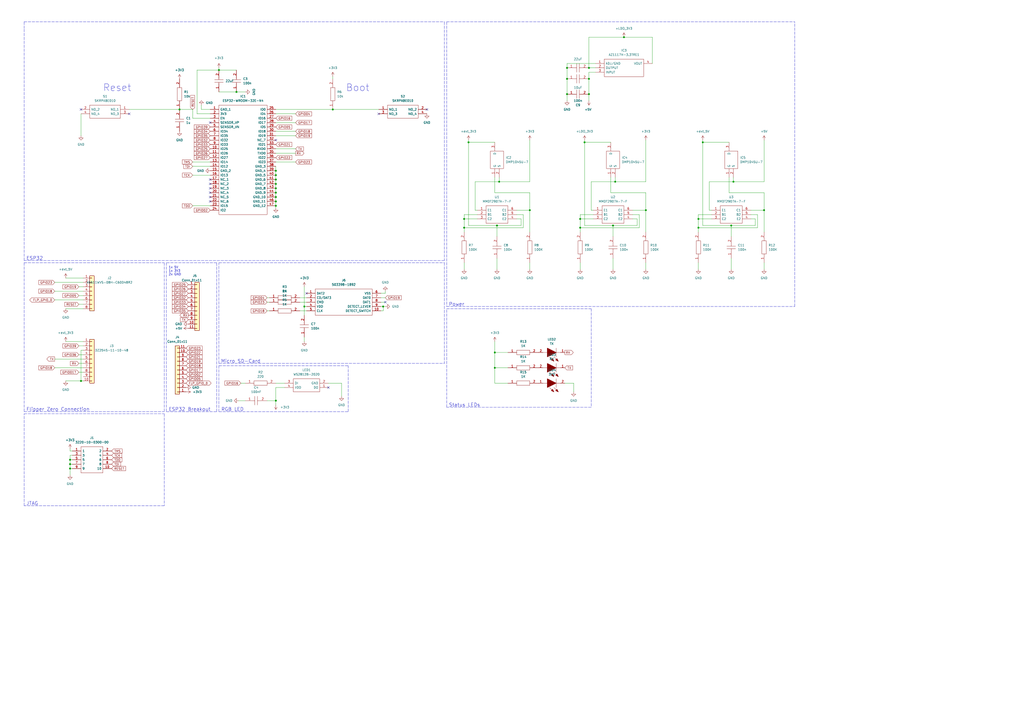
<source format=kicad_sch>
(kicad_sch (version 20211123) (generator eeschema)
  (paper "A2")
  (title_block (title "ESP") (date "2022-12-07") (rev "V0.1.0") (company "JustCallMeKoko & trisp3ar"))
  (lib_symbols
    (symbol "+3V3_1" (power) (pin_names (offset 0))
      (property "Value" "+LDO_3V3" (at 0 5.08 0))
      (symbol "+3V3_1_1_1"
        (pin power_in line (at 0 0 90) (length 0) hide (name "+LDO_3V3") (number "1"))
      )
    )
    (symbol "+3V3_2" (power) (pin_names (offset 0))
      (property "Value" "+3V3_2" (at 0 5.08 0))
      (symbol "+3V3_2_1_1"
        (pin power_in line (at 0 0 90) (length 0) hide (name "+LDO_3V3") (number "1"))
      )
    )
    (symbol "+5V_1" (power) (pin_names (offset 0))
      (property "Value" "+ext_5V" (at 0 5.08 0))
      (symbol "+5V_1_1_1"
        (pin power_in line (at 0 0 90) (length 0) hide (name "+ext_5V") (number "1"))
      )
    )
    (symbol "Connector_Generic:Conn_01x08" (pin_names (offset 1.016) hide)
      (property "Reference" "J" (at 0 10.16 0))
      (property "Value" "Conn_01x08" (at 0 -12.7 0))
      (symbol "Conn_01x08_1_1"
        (pin passive line (at -5.08 7.62 0) (length 3.81) (name "Pin_1") (number "1"))
        (pin passive line (at -5.08 5.08 0) (length 3.81) (name "Pin_2") (number "2"))
        (pin passive line (at -5.08 2.54 0) (length 3.81) (name "Pin_3") (number "3"))
        (pin passive line (at -5.08 0 0) (length 3.81) (name "Pin_4") (number "4"))
        (pin passive line (at -5.08 -2.54 0) (length 3.81) (name "Pin_5") (number "5"))
        (pin passive line (at -5.08 -5.08 0) (length 3.81) (name "Pin_6") (number "6"))
        (pin passive line (at -5.08 -7.62 0) (length 3.81) (name "Pin_7") (number "7"))
        (pin passive line (at -5.08 -10.16 0) (length 3.81) (name "Pin_8") (number "8"))
      )
    )
    (symbol "Connector_Generic:Conn_01x10" (pin_names (offset 1.016) hide)
      (property "Reference" "J" (at 0 12.7 0))
      (property "Value" "Conn_01x10" (at 0 -15.24 0))
      (symbol "Conn_01x10_1_1"
        (pin passive line (at -5.08 10.16 0) (length 3.81) (name "Pin_1") (number "1"))
        (pin passive line (at -5.08 -12.7 0) (length 3.81) (name "Pin_10") (number "10"))
        (pin passive line (at -5.08 7.62 0) (length 3.81) (name "Pin_2") (number "2"))
        (pin passive line (at -5.08 5.08 0) (length 3.81) (name "Pin_3") (number "3"))
        (pin passive line (at -5.08 2.54 0) (length 3.81) (name "Pin_4") (number "4"))
        (pin passive line (at -5.08 0 0) (length 3.81) (name "Pin_5") (number "5"))
        (pin passive line (at -5.08 -2.54 0) (length 3.81) (name "Pin_6") (number "6"))
        (pin passive line (at -5.08 -5.08 0) (length 3.81) (name "Pin_7") (number "7"))
        (pin passive line (at -5.08 -7.62 0) (length 3.81) (name "Pin_8") (number "8"))
        (pin passive line (at -5.08 -10.16 0) (length 3.81) (name "Pin_9") (number "9"))
      )
    )
    (symbol "Connector_Generic:Conn_01x11" (pin_names (offset 1.016) hide)
      (property "Reference" "J" (at 0 15.24 0))
      (property "Value" "Conn_01x11" (at 0 -15.24 0))
      (symbol "Conn_01x11_1_1"
        (pin passive line (at -5.08 12.7 0) (length 3.81) (name "Pin_1") (number "1"))
        (pin passive line (at -5.08 -10.16 0) (length 3.81) (name "Pin_10") (number "10"))
        (pin passive line (at -5.08 -12.7 0) (length 3.81) (name "Pin_11") (number "11"))
        (pin passive line (at -5.08 10.16 0) (length 3.81) (name "Pin_2") (number "2"))
        (pin passive line (at -5.08 7.62 0) (length 3.81) (name "Pin_3") (number "3"))
        (pin passive line (at -5.08 5.08 0) (length 3.81) (name "Pin_4") (number "4"))
        (pin passive line (at -5.08 2.54 0) (length 3.81) (name "Pin_5") (number "5"))
        (pin passive line (at -5.08 0 0) (length 3.81) (name "Pin_6") (number "6"))
        (pin passive line (at -5.08 -2.54 0) (length 3.81) (name "Pin_7") (number "7"))
        (pin passive line (at -5.08 -5.08 0) (length 3.81) (name "Pin_8") (number "8"))
        (pin passive line (at -5.08 -7.62 0) (length 3.81) (name "Pin_9") (number "9"))
      )
    )
    (symbol "SamacSys_Parts:19-217_R6C-AL1M2VY_3T" (pin_names (offset 0.762))
      (property "Reference" "LED" (at 12.7 8.89 0))
      (property "Value" "19-217_R6C-AL1M2VY_3T" (at 12.7 6.35 0))
      (symbol "19-217_R6C-AL1M2VY_3T_0_0"
        (pin passive line (at 15.24 0 180) (length 2.54) (name "~") (number "1"))
        (pin passive line (at 0 0 0) (length 2.54) (name "~") (number "2"))
      )
    )
    (symbol "SamacSys_Parts:19-217_Y5C-AP1Q2_3T" (pin_names (offset 0.762))
      (property "Reference" "LED" (at 12.7 8.89 0))
      (property "Value" "19-217_Y5C-AP1Q2_3T" (at 12.7 6.35 0))
      (symbol "19-217_Y5C-AP1Q2_3T_0_0"
        (pin passive line (at 0 0 0) (length 2.54) (name "~") (number "1"))
        (pin passive line (at 15.24 0 180) (length 2.54) (name "~") (number "2"))
      )
    )
    (symbol "SamacSys_Parts:3220-10-0300-00" (pin_names (offset 0.762))
      (property "Reference" "J" (at 19.05 7.62 0))
      (property "Value" "3220-10-0300-00" (at 19.05 5.08 0))
      (symbol "3220-10-0300-00_0_0"
        (pin passive line (at 0 0 0) (length 5.08) (name "1") (number "1"))
        (pin passive line (at 22.86 -10.16 180) (length 5.08) (name "10") (number "10"))
        (pin passive line (at 22.86 0 180) (length 5.08) (name "2") (number "2"))
        (pin passive line (at 0 -2.54 0) (length 5.08) (name "3") (number "3"))
        (pin passive line (at 22.86 -2.54 180) (length 5.08) (name "4") (number "4"))
        (pin passive line (at 0 -5.08 0) (length 5.08) (name "5") (number "5"))
        (pin passive line (at 22.86 -5.08 180) (length 5.08) (name "6") (number "6"))
        (pin passive line (at 0 -7.62 0) (length 5.08) (name "7") (number "7"))
        (pin passive line (at 22.86 -7.62 180) (length 5.08) (name "8") (number "8"))
        (pin passive line (at 0 -10.16 0) (length 5.08) (name "9") (number "9"))
      )
    )
    (symbol "SamacSys_Parts:503398-1892" (pin_names (offset 0.762))
      (property "Reference" "J" (at 39.37 7.62 0))
      (property "Value" "503398-1892" (at 39.37 5.08 0))
      (symbol "503398-1892_0_0"
        (pin passive line (at 0 0 0) (length 5.08) (name "DAT2") (number "1"))
        (pin passive line (at 43.18 -10.16 180) (length 5.08) (name "DETECT_SWITCH") (number "10"))
        (pin passive line (at 0 -2.54 0) (length 5.08) (name "CD/DAT3") (number "2"))
        (pin passive line (at 0 -5.08 0) (length 5.08) (name "CMD") (number "3"))
        (pin passive line (at 0 -7.62 0) (length 5.08) (name "VDD") (number "4"))
        (pin passive line (at 0 -10.16 0) (length 5.08) (name "CLK") (number "5"))
        (pin passive line (at 43.18 0 180) (length 5.08) (name "VSS") (number "6"))
        (pin passive line (at 43.18 -2.54 180) (length 5.08) (name "DAT0") (number "7"))
        (pin passive line (at 43.18 -5.08 180) (length 5.08) (name "DAT1") (number "8"))
        (pin passive line (at 43.18 -7.62 180) (length 5.08) (name "DETECT_LEVER") (number "9"))
      )
    )
    (symbol "SamacSys_Parts:AZ1117H-3.3TRE1" (pin_names (offset 0.762))
      (property "Reference" "IC" (at 29.21 7.62 0))
      (property "Value" "AZ1117H-3.3TRE1" (at 29.21 5.08 0))
      (symbol "AZ1117H-3.3TRE1_0_0"
        (pin passive line (at 0 0 0) (length 5.08) (name "ADJ/GND") (number "1"))
        (pin passive line (at 0 -2.54 0) (length 5.08) (name "OUTPUT") (number "2"))
        (pin passive line (at 0 -5.08 0) (length 5.08) (name "INPUT") (number "3"))
        (pin passive line (at 33.02 0 180) (length 5.08) (name "VOUT") (number "4"))
      )
    )
    (symbol "SamacSys_Parts:CC0402KRX7R7BB104" (pin_names (offset 0.762))
      (property "Reference" "C" (at 8.89 6.35 0))
      (property "Value" "CC0402KRX7R7BB104" (at 8.89 3.81 0))
      (symbol "CC0402KRX7R7BB104_0_0"
        (pin passive line (at 0 0 0) (length 5.08) (name "~") (number "1"))
        (pin passive line (at 12.7 0 180) (length 5.08) (name "~") (number "2"))
      )
    )
    (symbol "SamacSys_Parts:CL05A105KA5NQNC" (pin_names (offset 0.762))
      (property "Reference" "C" (at 8.89 6.35 0))
      (property "Value" "CL05A105KA5NQNC" (at 8.89 3.81 0))
      (symbol "CL05A105KA5NQNC_0_0"
        (pin passive line (at 0 0 0) (length 5.08) (name "~") (number "1"))
        (pin passive line (at 12.7 0 180) (length 5.08) (name "~") (number "2"))
      )
    )
    (symbol "SamacSys_Parts:CL05A106MQ5NUNC" (pin_names (offset 0.762))
      (property "Reference" "C" (at 8.89 6.35 0))
      (property "Value" "CL05A106MQ5NUNC" (at 8.89 3.81 0))
      (symbol "CL05A106MQ5NUNC_0_0"
        (pin passive line (at 0 0 0) (length 5.08) (name "~") (number "1"))
        (pin passive line (at 12.7 0 180) (length 5.08) (name "~") (number "2"))
      )
    )
    (symbol "SamacSys_Parts:CL05B104KO5NNNC" (pin_names (offset 0.762))
      (property "Reference" "C" (at 8.89 6.35 0))
      (property "Value" "CL05B104KO5NNNC" (at 8.89 3.81 0))
      (symbol "CL05B104KO5NNNC_0_0"
        (pin passive line (at 0 0 0) (length 5.08) (name "~") (number "1"))
        (pin passive line (at 12.7 0 180) (length 5.08) (name "~") (number "2"))
      )
    )
    (symbol "SamacSys_Parts:CM05X5R226M06AH080" (pin_names (offset 0.762))
      (property "Reference" "C" (at 8.89 6.35 0))
      (property "Value" "CM05X5R226M06AH080" (at 8.89 3.81 0))
      (symbol "CM05X5R226M06AH080_0_0"
        (pin passive line (at 0 0 0) (length 5.08) (name "~") (number "1"))
        (pin passive line (at 12.7 0 180) (length 5.08) (name "~") (number "2"))
      )
    )
    (symbol "SamacSys_Parts:DMP1045U-7" (pin_names (offset 0.762))
      (property "Reference" "IC" (at 16.51 7.62 0))
      (property "Value" "DMP1045U-7" (at 16.51 5.08 0))
      (symbol "DMP1045U-7_0_0"
        (pin passive line (at 0 0 0) (length 5.08) (name "G") (number "1"))
        (pin passive line (at 0 -2.54 0) (length 5.08) (name "S") (number "2"))
        (pin passive line (at 20.32 0 180) (length 5.08) (name "D") (number "3"))
      )
    )
    (symbol "SamacSys_Parts:ESP32-WROOM-32E-N4" (pin_names (offset 0.762))
      (property "Reference" "IC" (at 34.29 7.62 0))
      (property "Value" "ESP32-WROOM-32E-N4" (at 34.29 5.08 0))
      (symbol "ESP32-WROOM-32E-N4_0_0"
        (pin passive line (at 0 0 0) (length 5.08) (name "GND_1") (number "1"))
        (pin passive line (at 0 -22.86 0) (length 5.08) (name "IO25") (number "10"))
        (pin passive line (at 0 -25.4 0) (length 5.08) (name "IO26") (number "11"))
        (pin passive line (at 0 -27.94 0) (length 5.08) (name "IO27") (number "12"))
        (pin passive line (at 0 -30.48 0) (length 5.08) (name "IO14") (number "13"))
        (pin passive line (at 0 -33.02 0) (length 5.08) (name "IO12") (number "14"))
        (pin passive line (at 0 -35.56 0) (length 5.08) (name "GND_2") (number "15"))
        (pin passive line (at 0 -38.1 0) (length 5.08) (name "IO13") (number "16"))
        (pin passive line (at 0 -40.64 0) (length 5.08) (name "NC_1") (number "17"))
        (pin passive line (at 0 -43.18 0) (length 5.08) (name "NC_2") (number "18"))
        (pin passive line (at 0 -45.72 0) (length 5.08) (name "NC_3") (number "19"))
        (pin passive line (at 0 -2.54 0) (length 5.08) (name "3V3") (number "2"))
        (pin passive line (at 0 -48.26 0) (length 5.08) (name "NC_4") (number "20"))
        (pin passive line (at 0 -50.8 0) (length 5.08) (name "NC_5") (number "21"))
        (pin passive line (at 0 -53.34 0) (length 5.08) (name "NC_6") (number "22"))
        (pin passive line (at 0 -55.88 0) (length 5.08) (name "IO15") (number "23"))
        (pin passive line (at 0 -58.42 0) (length 5.08) (name "IO2") (number "24"))
        (pin passive line (at 38.1 0 180) (length 5.08) (name "IO0") (number "25"))
        (pin passive line (at 38.1 -2.54 180) (length 5.08) (name "IO4") (number "26"))
        (pin passive line (at 38.1 -5.08 180) (length 5.08) (name "IO16") (number "27"))
        (pin passive line (at 38.1 -7.62 180) (length 5.08) (name "IO17") (number "28"))
        (pin passive line (at 38.1 -10.16 180) (length 5.08) (name "IO5") (number "29"))
        (pin passive line (at 0 -5.08 0) (length 5.08) (name "EN") (number "3"))
        (pin passive line (at 38.1 -12.7 180) (length 5.08) (name "IO18") (number "30"))
        (pin passive line (at 38.1 -15.24 180) (length 5.08) (name "IO19") (number "31"))
        (pin passive line (at 38.1 -17.78 180) (length 5.08) (name "NC_7") (number "32"))
        (pin passive line (at 38.1 -20.32 180) (length 5.08) (name "IO21") (number "33"))
        (pin passive line (at 38.1 -22.86 180) (length 5.08) (name "RXD0") (number "34"))
        (pin passive line (at 38.1 -25.4 180) (length 5.08) (name "TXD0") (number "35"))
        (pin passive line (at 38.1 -27.94 180) (length 5.08) (name "IO22") (number "36"))
        (pin passive line (at 38.1 -30.48 180) (length 5.08) (name "IO23") (number "37"))
        (pin passive line (at 38.1 -33.02 180) (length 5.08) (name "GND_3") (number "38"))
        (pin passive line (at 38.1 -35.56 180) (length 5.08) (name "GND_4") (number "39"))
        (pin passive line (at 0 -7.62 0) (length 5.08) (name "SENSOR_VP") (number "4"))
        (pin passive line (at 38.1 -38.1 180) (length 5.08) (name "GND_5") (number "40"))
        (pin passive line (at 38.1 -40.64 180) (length 5.08) (name "GND_6") (number "41"))
        (pin passive line (at 38.1 -43.18 180) (length 5.08) (name "GND_7") (number "42"))
        (pin passive line (at 38.1 -45.72 180) (length 5.08) (name "GND_8") (number "43"))
        (pin passive line (at 38.1 -48.26 180) (length 5.08) (name "GND_9") (number "44"))
        (pin passive line (at 38.1 -50.8 180) (length 5.08) (name "GND_10") (number "45"))
        (pin passive line (at 38.1 -53.34 180) (length 5.08) (name "GND_11") (number "46"))
        (pin passive line (at 38.1 -55.88 180) (length 5.08) (name "GND_12") (number "47"))
        (pin passive line (at 0 -10.16 0) (length 5.08) (name "SENSOR_VN") (number "5"))
        (pin passive line (at 0 -12.7 0) (length 5.08) (name "IO34") (number "6"))
        (pin passive line (at 0 -15.24 0) (length 5.08) (name "IO35") (number "7"))
        (pin passive line (at 0 -17.78 0) (length 5.08) (name "IO32") (number "8"))
        (pin passive line (at 0 -20.32 0) (length 5.08) (name "IO33") (number "9"))
      )
    )
    (symbol "SamacSys_Parts:MMDT2907A-7-F" (pin_names (offset 0.762))
      (property "Reference" "U" (at 19.05 7.62 0))
      (property "Value" "MMDT2907A-7-F" (at 19.05 5.08 0))
      (symbol "MMDT2907A-7-F_0_0"
        (pin passive line (at 0 0 0) (length 5.08) (name "E1") (number "1"))
        (pin passive line (at 0 -2.54 0) (length 5.08) (name "B1") (number "2"))
        (pin passive line (at 0 -5.08 0) (length 5.08) (name "C2") (number "3"))
        (pin passive line (at 22.86 -5.08 180) (length 5.08) (name "E2") (number "4"))
        (pin passive line (at 22.86 -2.54 180) (length 5.08) (name "B2") (number "5"))
        (pin passive line (at 22.86 0 180) (length 5.08) (name "C1") (number "6"))
      )
    )
    (symbol "SamacSys_Parts:RC0402FR-07100KL" (pin_names (offset 0.762))
      (property "Reference" "R" (at 13.97 6.35 0))
      (property "Value" "RC0402FR-07100KL" (at 13.97 3.81 0))
      (symbol "RC0402FR-07100KL_0_0"
        (pin passive line (at 0 0 0) (length 5.08) (name "~") (number "1"))
        (pin passive line (at 17.78 0 180) (length 5.08) (name "~") (number "2"))
      )
    )
    (symbol "SamacSys_Parts:RC0402FR-0710KL" (pin_names (offset 0.762))
      (property "Reference" "R" (at 13.97 6.35 0))
      (property "Value" "RC0402FR-0710KL" (at 13.97 3.81 0))
      (symbol "RC0402FR-0710KL_0_0"
        (pin passive line (at 0 0 0) (length 5.08) (name "~") (number "1"))
        (pin passive line (at 17.78 0 180) (length 5.08) (name "~") (number "2"))
      )
    )
    (symbol "SamacSys_Parts:RC0402FR-071KL" (pin_names (offset 0.762))
      (property "Reference" "R" (at 13.97 6.35 0))
      (property "Value" "RC0402FR-071KL" (at 13.97 3.81 0))
      (symbol "RC0402FR-071KL_0_0"
        (pin passive line (at 0 0 0) (length 5.08) (name "~") (number "1"))
        (pin passive line (at 17.78 0 180) (length 5.08) (name "~") (number "2"))
      )
    )
    (symbol "SamacSys_Parts:RC0402FR-07220RL" (pin_names (offset 0.762))
      (property "Reference" "R" (at 13.97 6.35 0))
      (property "Value" "RC0402FR-07220RL" (at 13.97 3.81 0))
      (symbol "RC0402FR-07220RL_0_0"
        (pin passive line (at 0 0 0) (length 5.08) (name "~") (number "1"))
        (pin passive line (at 17.78 0 180) (length 5.08) (name "~") (number "2"))
      )
    )
    (symbol "SamacSys_Parts:SKRPABE010" (pin_names (offset 0.762))
      (property "Reference" "S" (at 24.13 7.62 0))
      (property "Value" "SKRPABE010" (at 24.13 5.08 0))
      (symbol "SKRPABE010_0_0"
        (pin passive line (at 0 0 0) (length 5.08) (name "NO_1") (number "1"))
        (pin passive line (at 27.94 0 180) (length 5.08) (name "NO_2") (number "2"))
        (pin passive line (at 0 -2.54 0) (length 5.08) (name "NO_3") (number "3"))
        (pin passive line (at 27.94 -2.54 180) (length 5.08) (name "NO_4") (number "4"))
      )
    )
    (symbol "SamacSys_Parts:WS2812B-2020" (pin_names (offset 0.762))
      (property "Reference" "LED" (at 21.59 7.62 0))
      (property "Value" "WS2812B-2020" (at 21.59 5.08 0))
      (symbol "WS2812B-2020_0_0"
        (pin passive line (at 25.4 -2.54 180) (length 5.08) (name "DO") (number "1"))
        (pin passive line (at 25.4 0 180) (length 5.08) (name "GND") (number "2"))
        (pin passive line (at 0 0 0) (length 5.08) (name "DI") (number "3"))
        (pin passive line (at 0 -2.54 0) (length 5.08) (name "VDD") (number "4"))
      )
    )
    (symbol "power:+3V3" (power) (pin_names (offset 0))
      (property "Value" "+3V3" (at 0 3.556 0))
      (symbol "+3V3_1_1"
        (pin power_in line (at 0 0 90) (length 0) hide (name "+3V3") (number "1"))
      )
    )
    (symbol "power:+5V" (power) (pin_names (offset 0))
      (property "Value" "+5V" (at 0 3.556 0))
      (symbol "+5V_1_1"
        (pin power_in line (at 0 0 90) (length 0) hide (name "+5V") (number "1"))
      )
    )
    (symbol "power:+ext_3V3" (power) (pin_names (offset 0))
      (property "Value" "+ext_3V3" (at 0 5.08 0))
      (symbol "+ext_3V3_1_1"
        (pin power_in line (at 0 0 90) (length 0) hide (name "+ext_3V3") (number "1"))
      )
    )
    (symbol "power:GND" (power) (pin_names (offset 0))
      (property "Value" "GND" (at 0 -3.81 0))
      (symbol "GND_1_1"
        (pin power_in line (at 0 0 270) (length 0) hide (name "GND") (number "1"))
      )
    )
  )
  (junction (at 307.34 121.92))
  (junction (at 405.13 127))
  (junction (at 127 40.64))
  (junction (at 160.02 111.76))
  (junction (at 405.13 132.08))
  (junction (at 160.02 104.14))
  (junction (at 160.02 106.68))
  (junction (at 443.23 121.92))
  (junction (at 341.63 45.72))
  (junction (at 269.24 127))
  (junction (at 288.29 130.81))
  (junction (at 40.64 269.24))
  (junction (at 355.6 130.81))
  (junction (at 289.56 105.41))
  (junction (at 104.14 63.5))
  (junction (at 374.65 121.92))
  (junction (at 222.25 177.8))
  (junction (at 425.45 105.41))
  (junction (at 269.24 132.08))
  (junction (at 160.02 99.06))
  (junction (at 339.09 82.55))
  (junction (at 271.78 82.55))
  (junction (at 336.55 132.08))
  (junction (at 424.18 130.81))
  (junction (at 407.67 82.55))
  (junction (at 160.02 101.6))
  (junction (at 160.02 109.22))
  (junction (at 160.02 114.3))
  (junction (at 361.95 21.59))
  (junction (at 193.04 63.5))
  (junction (at 287.02 213.36))
  (junction (at 356.87 105.41))
  (junction (at 40.64 271.78))
  (junction (at 328.93 45.72))
  (junction (at 40.64 266.7))
  (junction (at 328.93 54.61))
  (junction (at 160.02 116.84))
  (junction (at 137.16 53.34))
  (junction (at 176.53 177.8))
  (junction (at 341.63 39.37))
  (junction (at 341.63 54.61))
  (junction (at 336.55 127))
  (junction (at 328.93 39.37))
  (junction (at 46.99 220.98))
  (junction (at 160.02 119.38))
  (junction (at 287.02 204.47))
  (junction (at 160.02 232.41))
  (no_connect (at 223.52 175.26))
  (no_connect (at 190.5 224.79))
  (no_connect (at 121.92 104.14))
  (no_connect (at 121.92 106.68))
  (no_connect (at 121.92 109.22))
  (no_connect (at 121.92 114.3))
  (no_connect (at 121.92 116.84))
  (no_connect (at 121.92 111.76))
  (no_connect (at 121.92 71.12))
  (no_connect (at 160.02 81.28))
  (no_connect (at 177.8 170.18))
  (no_connect (at 219.71 66.04))
  (no_connect (at 247.65 63.5))
  (no_connect (at 46.99 63.5))
  (no_connect (at 74.93 66.04))
  (wire (pts (xy 405.13 127) (xy 412.75 127)))
  (wire (pts (xy 287.02 198.12) (xy 287.02 204.47)))
  (wire (pts (xy 41.91 264.16) (xy 40.64 264.16)))
  (wire (pts (xy 160.02 232.41) (xy 160.02 234.95)))
  (polyline (pts (xy 95.25 240.03) (xy 95.25 293.37)))
  (wire (pts (xy 160.02 99.06) (xy 160.02 101.6)))
  (wire (pts (xy 31.75 173.99) (xy 48.26 173.99)))
  (wire (pts (xy 307.34 105.41) (xy 289.56 105.41)))
  (wire (pts (xy 307.34 111.76) (xy 307.34 121.92)))
  (wire (pts (xy 121.92 66.04) (xy 114.3 66.04)))
  (wire (pts (xy 40.64 266.7) (xy 40.64 269.24)))
  (wire (pts (xy 443.23 105.41) (xy 425.45 105.41)))
  (wire (pts (xy 341.63 45.72) (xy 341.63 54.61)))
  (wire (pts (xy 289.56 105.41) (xy 289.56 102.87)))
  (polyline (pts (xy 13.97 293.37) (xy 13.97 240.03)))
  (wire (pts (xy 307.34 152.4) (xy 307.34 156.21)))
  (wire (pts (xy 160.02 111.76) (xy 160.02 109.22)))
  (wire (pts (xy 127 53.34) (xy 137.16 53.34)))
  (wire (pts (xy 220.98 172.72) (xy 223.52 172.72)))
  (wire (pts (xy 271.78 82.55) (xy 287.02 82.55)))
  (wire (pts (xy 411.48 121.92) (xy 411.48 105.41)))
  (wire (pts (xy 287.02 111.76) (xy 307.34 111.76)))
  (wire (pts (xy 407.67 130.81) (xy 407.67 82.55)))
  (wire (pts (xy 45.72 176.53) (xy 48.26 176.53)))
  (wire (pts (xy 367.03 124.46) (xy 370.84 124.46)))
  (wire (pts (xy 139.7 222.25) (xy 142.24 222.25)))
  (wire (pts (xy 160.02 114.3) (xy 160.02 111.76)))
  (wire (pts (xy 344.17 124.46) (xy 336.55 124.46)))
  (wire (pts (xy 307.34 81.28) (xy 307.34 105.41)))
  (wire (pts (xy 299.72 124.46) (xy 303.53 124.46)))
  (wire (pts (xy 328.93 45.72) (xy 328.93 54.61)))
  (wire (pts (xy 342.9 121.92) (xy 342.9 105.41)))
  (wire (pts (xy 341.63 39.37) (xy 341.63 21.59)))
  (wire (pts (xy 160.02 116.84) (xy 160.02 119.38)))
  (wire (pts (xy 339.09 130.81) (xy 339.09 82.55)))
  (wire (pts (xy 422.91 111.76) (xy 443.23 111.76)))
  (polyline (pts (xy 257.81 152.4) (xy 257.81 210.82)))
  (wire (pts (xy 336.55 132.08) (xy 336.55 134.62)))
  (polyline (pts (xy 13.97 152.4) (xy 13.97 238.76)))
  (wire (pts (xy 74.93 63.5) (xy 104.14 63.5)))
  (wire (pts (xy 355.6 130.81) (xy 355.6 137.16)))
  (wire (pts (xy 302.26 127) (xy 302.26 130.81)))
  (wire (pts (xy 45.72 210.82) (xy 48.26 210.82)))
  (wire (pts (xy 288.29 130.81) (xy 288.29 137.16)))
  (wire (pts (xy 407.67 82.55) (xy 422.91 82.55)))
  (wire (pts (xy 354.33 111.76) (xy 374.65 111.76)))
  (polyline (pts (xy 259.08 236.22) (xy 259.08 179.07)))
  (wire (pts (xy 160.02 66.04) (xy 171.45 66.04)))
  (wire (pts (xy 154.94 232.41) (xy 160.02 232.41)))
  (wire (pts (xy 176.53 198.12) (xy 176.53 195.58)))
  (wire (pts (xy 269.24 127) (xy 269.24 132.08)))
  (wire (pts (xy 374.65 111.76) (xy 374.65 121.92)))
  (wire (pts (xy 269.24 132.08) (xy 269.24 134.62)))
  (wire (pts (xy 287.02 102.87) (xy 287.02 111.76)))
  (wire (pts (xy 369.57 130.81) (xy 355.6 130.81)))
  (wire (pts (xy 287.02 204.47) (xy 287.02 213.36)))
  (polyline (pts (xy 96.52 238.76) (xy 125.73 238.76)))
  (wire (pts (xy 160.02 119.38) (xy 160.02 120.65)))
  (wire (pts (xy 407.67 81.28) (xy 407.67 82.55)))
  (wire (pts (xy 374.65 81.28) (xy 374.65 105.41)))
  (wire (pts (xy 111.76 63.5) (xy 104.14 63.5)))
  (polyline (pts (xy 127 212.09) (xy 201.93 212.09)))
  (wire (pts (xy 41.91 261.62) (xy 40.64 261.62)))
  (wire (pts (xy 121.92 68.58) (xy 111.76 68.58)))
  (polyline (pts (xy 259.08 179.07) (xy 342.9 179.07)))
  (wire (pts (xy 276.86 124.46) (xy 269.24 124.46)))
  (wire (pts (xy 160.02 88.9) (xy 171.45 88.9)))
  (wire (pts (xy 40.64 269.24) (xy 40.64 271.78)))
  (wire (pts (xy 336.55 127) (xy 344.17 127)))
  (wire (pts (xy 336.55 152.4) (xy 336.55 156.21)))
  (wire (pts (xy 339.09 82.55) (xy 354.33 82.55)))
  (wire (pts (xy 45.72 215.9) (xy 48.26 215.9)))
  (wire (pts (xy 378.46 36.83) (xy 378.46 21.59)))
  (wire (pts (xy 45.72 200.66) (xy 48.26 200.66)))
  (wire (pts (xy 160.02 224.79) (xy 160.02 232.41)))
  (wire (pts (xy 341.63 21.59) (xy 361.95 21.59)))
  (wire (pts (xy 303.53 132.08) (xy 269.24 132.08)))
  (wire (pts (xy 271.78 81.28) (xy 271.78 82.55)))
  (polyline (pts (xy 125.73 238.76) (xy 125.73 152.4)))
  (wire (pts (xy 38.1 179.07) (xy 48.26 179.07)))
  (wire (pts (xy 114.3 66.04) (xy 114.3 40.64)))
  (wire (pts (xy 412.75 121.92) (xy 411.48 121.92)))
  (polyline (pts (xy 127 210.82) (xy 127 152.4)))
  (wire (pts (xy 173.99 172.72) (xy 177.8 172.72)))
  (polyline (pts (xy 127 152.4) (xy 257.81 152.4)))
  (wire (pts (xy 438.15 127) (xy 438.15 130.81)))
  (wire (pts (xy 370.84 124.46) (xy 370.84 132.08)))
  (polyline (pts (xy 96.52 152.4) (xy 96.52 238.76)))
  (wire (pts (xy 374.65 121.92) (xy 367.03 121.92)))
  (wire (pts (xy 165.1 224.79) (xy 160.02 224.79)))
  (wire (pts (xy 114.3 40.64) (xy 127 40.64)))
  (wire (pts (xy 160.02 76.2) (xy 171.45 76.2)))
  (wire (pts (xy 111.76 101.6) (xy 121.92 101.6)))
  (wire (pts (xy 425.45 105.41) (xy 425.45 102.87)))
  (polyline (pts (xy 127 210.82) (xy 257.81 210.82)))
  (wire (pts (xy 303.53 124.46) (xy 303.53 132.08)))
  (wire (pts (xy 220.98 180.34) (xy 222.25 180.34)))
  (wire (pts (xy 220.98 175.26) (xy 223.52 175.26)))
  (wire (pts (xy 154.94 175.26) (xy 156.21 175.26)))
  (wire (pts (xy 354.33 102.87) (xy 354.33 111.76)))
  (wire (pts (xy 111.76 119.38) (xy 121.92 119.38)))
  (wire (pts (xy 190.5 222.25) (xy 198.12 222.25)))
  (wire (pts (xy 342.9 105.41) (xy 356.87 105.41)))
  (wire (pts (xy 45.72 205.74) (xy 48.26 205.74)))
  (polyline (pts (xy 127 212.09) (xy 127 238.76)))
  (wire (pts (xy 443.23 121.92) (xy 435.61 121.92)))
  (wire (pts (xy 275.59 105.41) (xy 289.56 105.41)))
  (wire (pts (xy 46.99 220.98) (xy 48.26 220.98)))
  (wire (pts (xy 111.76 96.52) (xy 121.92 96.52)))
  (wire (pts (xy 367.03 127) (xy 369.57 127)))
  (wire (pts (xy 345.44 39.37) (xy 341.63 39.37)))
  (wire (pts (xy 287.02 204.47) (xy 294.64 204.47)))
  (wire (pts (xy 160.02 104.14) (xy 160.02 106.68)))
  (wire (pts (xy 138.43 232.41) (xy 142.24 232.41)))
  (wire (pts (xy 111.76 93.98) (xy 121.92 93.98)))
  (wire (pts (xy 160.02 114.3) (xy 160.02 116.84)))
  (wire (pts (xy 411.48 105.41) (xy 425.45 105.41)))
  (wire (pts (xy 307.34 134.62) (xy 307.34 121.92)))
  (wire (pts (xy 160.02 101.6) (xy 160.02 104.14)))
  (wire (pts (xy 222.25 177.8) (xy 223.52 177.8)))
  (wire (pts (xy 223.52 170.18) (xy 223.52 168.91)))
  (wire (pts (xy 116.84 60.96) (xy 116.84 63.5)))
  (wire (pts (xy 378.46 21.59) (xy 361.95 21.59)))
  (wire (pts (xy 438.15 130.81) (xy 424.18 130.81)))
  (polyline (pts (xy 257.81 151.13) (xy 13.97 151.13)))
  (wire (pts (xy 405.13 127) (xy 405.13 132.08)))
  (wire (pts (xy 374.65 105.41) (xy 356.87 105.41)))
  (wire (pts (xy 443.23 134.62) (xy 443.23 121.92)))
  (wire (pts (xy 439.42 132.08) (xy 405.13 132.08)))
  (wire (pts (xy 127 39.37) (xy 127 40.64)))
  (wire (pts (xy 176.53 177.8) (xy 177.8 177.8)))
  (polyline (pts (xy 13.97 151.13) (xy 13.97 16.51)))
  (polyline (pts (xy 127 238.76) (xy 201.93 238.76)))
  (wire (pts (xy 160.02 106.68) (xy 160.02 109.22)))
  (wire (pts (xy 48.26 203.2) (xy 46.99 203.2)))
  (wire (pts (xy 38.1 198.12) (xy 48.26 198.12)))
  (wire (pts (xy 405.13 152.4) (xy 405.13 156.21)))
  (wire (pts (xy 40.64 264.16) (xy 40.64 266.7)))
  (polyline (pts (xy 257.81 12.7) (xy 257.81 151.13)))
  (wire (pts (xy 288.29 130.81) (xy 271.78 130.81)))
  (polyline (pts (xy 13.97 12.7) (xy 13.97 16.51)))
  (wire (pts (xy 40.64 261.62) (xy 40.64 260.35)))
  (wire (pts (xy 38.1 161.29) (xy 48.26 161.29)))
  (wire (pts (xy 405.13 124.46) (xy 405.13 127)))
  (wire (pts (xy 443.23 152.4) (xy 443.23 156.21)))
  (wire (pts (xy 160.02 63.5) (xy 193.04 63.5)))
  (wire (pts (xy 31.75 163.83) (xy 48.26 163.83)))
  (wire (pts (xy 31.75 168.91) (xy 48.26 168.91)))
  (wire (pts (xy 269.24 152.4) (xy 269.24 156.21)))
  (wire (pts (xy 176.53 166.37) (xy 176.53 177.8)))
  (wire (pts (xy 412.75 124.46) (xy 405.13 124.46)))
  (polyline (pts (xy 342.9 179.07) (xy 342.9 236.22)))
  (polyline (pts (xy 125.73 152.4) (xy 96.52 152.4)))
  (wire (pts (xy 269.24 127) (xy 276.86 127)))
  (wire (pts (xy 435.61 124.46) (xy 439.42 124.46)))
  (wire (pts (xy 374.65 152.4) (xy 374.65 156.21)))
  (wire (pts (xy 336.55 127) (xy 336.55 132.08)))
  (wire (pts (xy 38.1 220.98) (xy 46.99 220.98)))
  (wire (pts (xy 121.92 63.5) (xy 116.84 63.5)))
  (wire (pts (xy 160.02 71.12) (xy 171.45 71.12)))
  (wire (pts (xy 160.02 86.36) (xy 171.45 86.36)))
  (polyline (pts (xy 13.97 152.4) (xy 95.25 152.4)))
  (wire (pts (xy 422.91 102.87) (xy 422.91 111.76)))
  (wire (pts (xy 193.04 44.45) (xy 193.04 45.72)))
  (polyline (pts (xy 13.97 240.03) (xy 95.25 240.03)))
  (wire (pts (xy 40.64 269.24) (xy 41.91 269.24)))
  (wire (pts (xy 46.99 66.04) (xy 46.99 78.74)))
  (wire (pts (xy 424.18 149.86) (xy 424.18 156.21)))
  (wire (pts (xy 137.16 53.34) (xy 142.24 53.34)))
  (wire (pts (xy 45.72 171.45) (xy 48.26 171.45)))
  (wire (pts (xy 443.23 81.28) (xy 443.23 105.41)))
  (wire (pts (xy 302.26 130.81) (xy 288.29 130.81)))
  (wire (pts (xy 160.02 96.52) (xy 160.02 99.06)))
  (wire (pts (xy 31.75 213.36) (xy 48.26 213.36)))
  (wire (pts (xy 40.64 271.78) (xy 41.91 271.78)))
  (wire (pts (xy 332.74 222.25) (xy 332.74 227.33)))
  (wire (pts (xy 405.13 132.08) (xy 405.13 134.62)))
  (wire (pts (xy 198.12 222.25) (xy 198.12 229.87)))
  (polyline (pts (xy 259.08 177.8) (xy 461.01 177.8)))
  (polyline (pts (xy 95.25 152.4) (xy 95.25 238.76)))
  (wire (pts (xy 275.59 121.92) (xy 275.59 105.41)))
  (wire (pts (xy 220.98 177.8) (xy 222.25 177.8)))
  (wire (pts (xy 287.02 213.36) (xy 294.64 213.36)))
  (wire (pts (xy 345.44 36.83) (xy 328.93 36.83)))
  (wire (pts (xy 40.64 266.7) (xy 41.91 266.7)))
  (wire (pts (xy 173.99 180.34) (xy 177.8 180.34)))
  (wire (pts (xy 111.76 68.58) (xy 111.76 63.5)))
  (wire (pts (xy 31.75 208.28) (xy 48.26 208.28)))
  (wire (pts (xy 220.98 170.18) (xy 223.52 170.18)))
  (wire (pts (xy 287.02 213.36) (xy 287.02 222.25)))
  (polyline (pts (xy 13.97 238.76) (xy 95.25 238.76)))
  (wire (pts (xy 160.02 222.25) (xy 165.1 222.25)))
  (wire (pts (xy 173.99 175.26) (xy 177.8 175.26)))
  (polyline (pts (xy 13.97 12.7) (xy 95.25 12.7)))
  (wire (pts (xy 176.53 177.8) (xy 176.53 182.88)))
  (polyline (pts (xy 95.25 293.37) (xy 13.97 293.37)))
  (polyline (pts (xy 201.93 238.76) (xy 201.93 212.09)))
  (wire (pts (xy 328.93 36.83) (xy 328.93 39.37)))
  (polyline (pts (xy 259.08 12.7) (xy 461.01 12.7)))
  (wire (pts (xy 327.66 222.25) (xy 332.74 222.25)))
  (wire (pts (xy 355.6 130.81) (xy 339.09 130.81)))
  (wire (pts (xy 328.93 54.61) (xy 328.93 58.42)))
  (polyline (pts (xy 95.25 12.7) (xy 257.81 12.7)))
  (wire (pts (xy 439.42 124.46) (xy 439.42 132.08)))
  (wire (pts (xy 369.57 127) (xy 369.57 130.81)))
  (wire (pts (xy 424.18 130.81) (xy 407.67 130.81)))
  (wire (pts (xy 374.65 134.62) (xy 374.65 121.92)))
  (wire (pts (xy 435.61 127) (xy 438.15 127)))
  (wire (pts (xy 276.86 121.92) (xy 275.59 121.92)))
  (wire (pts (xy 271.78 130.81) (xy 271.78 82.55)))
  (wire (pts (xy 154.94 172.72) (xy 156.21 172.72)))
  (wire (pts (xy 154.94 180.34) (xy 156.21 180.34)))
  (wire (pts (xy 355.6 149.86) (xy 355.6 156.21)))
  (wire (pts (xy 288.29 149.86) (xy 288.29 156.21)))
  (polyline (pts (xy 342.9 236.22) (xy 259.08 236.22)))
  (wire (pts (xy 424.18 130.81) (xy 424.18 137.16)))
  (wire (pts (xy 356.87 105.41) (xy 356.87 102.87)))
  (wire (pts (xy 344.17 121.92) (xy 342.9 121.92)))
  (wire (pts (xy 341.63 54.61) (xy 341.63 58.42)))
  (wire (pts (xy 127 40.64) (xy 137.16 40.64)))
  (wire (pts (xy 370.84 132.08) (xy 336.55 132.08)))
  (wire (pts (xy 341.63 41.91) (xy 341.63 45.72)))
  (wire (pts (xy 339.09 81.28) (xy 339.09 82.55)))
  (wire (pts (xy 287.02 222.25) (xy 294.64 222.25)))
  (polyline (pts (xy 259.08 12.7) (xy 259.08 177.8)))
  (wire (pts (xy 222.25 177.8) (xy 222.25 180.34)))
  (wire (pts (xy 193.04 63.5) (xy 219.71 63.5)))
  (wire (pts (xy 328.93 39.37) (xy 328.93 45.72)))
  (polyline (pts (xy 461.01 177.8) (xy 461.01 12.7)))
  (wire (pts (xy 443.23 111.76) (xy 443.23 121.92)))
  (wire (pts (xy 345.44 41.91) (xy 341.63 41.91)))
  (wire (pts (xy 336.55 124.46) (xy 336.55 127)))
  (wire (pts (xy 160.02 93.98) (xy 171.45 93.98)))
  (wire (pts (xy 45.72 166.37) (xy 48.26 166.37)))
  (wire (pts (xy 299.72 127) (xy 302.26 127)))
  (wire (pts (xy 160.02 78.74) (xy 171.45 78.74)))
  (wire (pts (xy 46.99 203.2) (xy 46.99 220.98)))
  (wire (pts (xy 269.24 124.46) (xy 269.24 127)))
  (wire (pts (xy 40.64 271.78) (xy 40.64 275.59)))
  (wire (pts (xy 307.34 121.92) (xy 299.72 121.92)))
  (text "ESP32 Breakout" (at 97.79 238.76 0) (effects (font (size 2 2)) (justify left bottom)))
  (text "Status LEDs	" (at 260.35 236.22 0) (effects (font (size 2 2)) (justify left bottom)))
  (text "Boot" (at 200.66 53.34 0) (effects (font (size 4 4)) (justify left bottom)))
  (text "Micro SD-Card" (at 151.13 210.82 180) (effects (font (size 2 2)) (justify right bottom)))
  (text "1x 5V\n1x 3V3\n2x GND" (at 97.79 160.02 0) (effects (font (size 1.27 1.27)) (justify left bottom)))
  (text "Reset" (at 59.69 53.34 0) (effects (font (size 4 4)) (justify left bottom)))
  (text "Power" (at 260.35 177.8 0) (effects (font (size 2 2)) (justify left bottom)))
  (text "RGB LED\n" (at 128.27 238.76 0) (effects (font (size 2 2)) (justify left bottom)))
  (text "Flipper Zero Connection" (at 15.24 238.76 0) (effects (font (size 2 2)) (justify left bottom)))
  (text "ESP32" (at 15.24 151.13 0) (effects (font (size 2 2)) (justify left bottom)))
  (text "JTAG" (at 15.24 293.37 0) (effects (font (size 2 2)) (justify left bottom)))
  (global_label "GPIO18" (shape input) (at 171.45 76.2 0) (property "Intersheet References" "${INTERSHEET_REFS}" (effects hide)))
  (global_label "GPIO39" (shape input) (at 121.92 73.66 180) (property "Intersheet References" "${INTERSHEET_REFS}" (effects hide)))
  (global_label "GPIO04" (shape input) (at 154.94 172.72 180) (property "Intersheet References" "${INTERSHEET_REFS}" (effects hide)))
  (global_label "GPIO33" (shape input) (at 109.22 175.26 180) (property "Intersheet References" "${INTERSHEET_REFS}" (effects hide)))
  (global_label "RESET" (shape input) (at 45.72 176.53 180) (property "Intersheet References" "${INTERSHEET_REFS}" (effects hide)))
  (global_label "GPIO36" (shape input) (at 45.72 205.74 180) (property "Intersheet References" "${INTERSHEET_REFS}" (effects hide)))
  (global_label "TMS" (shape input) (at 111.76 93.98 180) (property "Intersheet References" "${INTERSHEET_REFS}" (effects hide)))
  (global_label "GPIO23" (shape input) (at 171.45 93.98 0) (property "Intersheet References" "${INTERSHEET_REFS}" (effects hide)))
  (global_label "GPIO35" (shape input) (at 109.22 180.34 180) (property "Intersheet References" "${INTERSHEET_REFS}" (effects hide)))
  (global_label "GPIO26" (shape input) (at 121.92 88.9 180) (property "Intersheet References" "${INTERSHEET_REFS}" (effects hide)))
  (global_label "GPIO26" (shape input) (at 109.22 167.64 180) (property "Intersheet References" "${INTERSHEET_REFS}" (effects hide)))
  (global_label "TMS" (shape input) (at 64.77 261.62 0) (property "Intersheet References" "${INTERSHEET_REFS}" (effects hide)))
  (global_label "TCK" (shape input) (at 111.76 101.6 180) (property "Intersheet References" "${INTERSHEET_REFS}" (effects hide)))
  (global_label "TCK" (shape input) (at 64.77 264.16 0) (property "Intersheet References" "${INTERSHEET_REFS}" (effects hide)))
  (global_label "GPIO16" (shape input) (at 160.02 68.58 0) (property "Intersheet References" "${INTERSHEET_REFS}" (effects hide)))
  (global_label "RX" (shape output) (at 109.22 182.88 180) (property "Intersheet References" "${INTERSHEET_REFS}" (effects hide)))
  (global_label "GPIO16" (shape input) (at 139.7 222.25 180) (property "Intersheet References" "${INTERSHEET_REFS}" (effects hide)))
  (global_label "GPIO35" (shape input) (at 121.92 78.74 180) (property "Intersheet References" "${INTERSHEET_REFS}" (effects hide)))
  (global_label "GPIO02" (shape input) (at 107.95 217.17 0) (property "Intersheet References" "${INTERSHEET_REFS}" (effects hide)))
  (global_label "GPIO32" (shape input) (at 121.92 81.28 180) (property "Intersheet References" "${INTERSHEET_REFS}" (effects hide)))
  (global_label "GPIO39" (shape input) (at 45.72 200.66 180) (property "Intersheet References" "${INTERSHEET_REFS}" (effects hide)))
  (global_label "GPIO19" (shape input) (at 171.45 78.74 0) (property "Intersheet References" "${INTERSHEET_REFS}" (effects hide)))
  (global_label "GPIO04" (shape input) (at 171.45 66.04 0) (property "Intersheet References" "${INTERSHEET_REFS}" (effects hide)))
  (global_label "RESET" (shape input) (at 64.77 271.78 0) (property "Intersheet References" "${INTERSHEET_REFS}" (effects hide)))
  (global_label "GPIO27" (shape input) (at 109.22 170.18 180) (property "Intersheet References" "${INTERSHEET_REFS}" (effects hide)))
  (global_label "GPIO05" (shape input) (at 45.72 171.45 180) (property "Intersheet References" "${INTERSHEET_REFS}" (effects hide)))
  (global_label "GPIO23" (shape input) (at 107.95 201.93 0) (property "Intersheet References" "${INTERSHEET_REFS}" (effects hide)))
  (global_label "GPIO22" (shape input) (at 107.95 204.47 0) (property "Intersheet References" "${INTERSHEET_REFS}" (effects hide)))
  (global_label "GPIO21" (shape input) (at 107.95 207.01 0) (property "Intersheet References" "${INTERSHEET_REFS}" (effects hide)))
  (global_label "GPIO18" (shape input) (at 107.95 212.09 0) (property "Intersheet References" "${INTERSHEET_REFS}" (effects hide)))
  (global_label "FLP_GPIO_0" (shape bidirectional) (at 31.75 173.99 180) (property "Intersheet References" "${INTERSHEET_REFS}" (effects hide)))
  (global_label "GPIO19" (shape input) (at 107.95 209.55 0) (property "Intersheet References" "${INTERSHEET_REFS}" (effects hide)))
  (global_label "GPIO19" (shape input) (at 45.72 166.37 180) (property "Intersheet References" "${INTERSHEET_REFS}" (effects hide)))
  (global_label "TX" (shape input) (at 171.45 86.36 0) (property "Intersheet References" "${INTERSHEET_REFS}" (effects hide)))
  (global_label "GPIO33" (shape input) (at 121.92 83.82 180) (property "Intersheet References" "${INTERSHEET_REFS}" (effects hide)))
  (global_label "GPIO19" (shape input) (at 223.52 172.72 0) (property "Intersheet References" "${INTERSHEET_REFS}" (effects hide)))
  (global_label "RX" (shape output) (at 171.45 88.9 0) (property "Intersheet References" "${INTERSHEET_REFS}" (effects hide)))
  (global_label "TX" (shape input) (at 109.22 185.42 180) (property "Intersheet References" "${INTERSHEET_REFS}" (effects hide)))
  (global_label "TDI" (shape input) (at 111.76 96.52 180) (property "Intersheet References" "${INTERSHEET_REFS}" (effects hide)))
  (global_label "GPIO34" (shape input) (at 109.22 177.8 180) (property "Intersheet References" "${INTERSHEET_REFS}" (effects hide)))
  (global_label "GPIO32" (shape input) (at 109.22 172.72 180) (property "Intersheet References" "${INTERSHEET_REFS}" (effects hide)))
  (global_label "GPIO18" (shape input) (at 31.75 213.36 180) (property "Intersheet References" "${INTERSHEET_REFS}" (effects hide)))
  (global_label "GPIO23" (shape input) (at 31.75 163.83 180) (property "Intersheet References" "${INTERSHEET_REFS}" (effects hide)))
  (global_label "GPIO17" (shape input) (at 171.45 71.12 0) (property "Intersheet References" "${INTERSHEET_REFS}" (effects hide)))
  (global_label "GPIO02" (shape input) (at 121.92 121.92 180) (property "Intersheet References" "${INTERSHEET_REFS}" (effects hide)))
  (global_label "GPIO22" (shape input) (at 160.02 91.44 0) (property "Intersheet References" "${INTERSHEET_REFS}" (effects hide)))
  (global_label "FLP_GPIO_0" (shape bidirectional) (at 107.95 222.25 0) (property "Intersheet References" "${INTERSHEET_REFS}" (effects hide)))
  (global_label "GPIO34" (shape input) (at 121.92 76.2 180) (property "Intersheet References" "${INTERSHEET_REFS}" (effects hide)))
  (global_label "GPIO05" (shape input) (at 107.95 219.71 0) (property "Intersheet References" "${INTERSHEET_REFS}" (effects hide)))
  (global_label "GPIO23" (shape input) (at 154.94 175.26 180) (property "Intersheet References" "${INTERSHEET_REFS}" (effects hide)))
  (global_label "TDI" (shape input) (at 64.77 269.24 0) (property "Intersheet References" "${INTERSHEET_REFS}" (effects hide)))
  (global_label "RX" (shape output) (at 327.66 204.47 0) (property "Intersheet References" "${INTERSHEET_REFS}" (effects hide)))
  (global_label "GPIO18" (shape input) (at 154.94 180.34 180) (property "Intersheet References" "${INTERSHEET_REFS}" (effects hide)))
  (global_label "TX" (shape output) (at 31.75 208.28 180) (property "Intersheet References" "${INTERSHEET_REFS}" (effects hide)))
  (global_label "GPIO18" (shape input) (at 31.75 168.91 180) (property "Intersheet References" "${INTERSHEET_REFS}" (effects hide)))
  (global_label "TX" (shape input) (at 327.66 213.36 0) (property "Intersheet References" "${INTERSHEET_REFS}" (effects hide)))
  (global_label "GPIO05" (shape input) (at 160.02 73.66 0) (property "Intersheet References" "${INTERSHEET_REFS}" (effects hide)))
  (global_label "GPIO27" (shape input) (at 121.92 91.44 180) (property "Intersheet References" "${INTERSHEET_REFS}" (effects hide)))
  (global_label "RESET" (shape input) (at 111.76 63.5 90) (property "Intersheet References" "${INTERSHEET_REFS}" (effects hide)))
  (global_label "GPIO17" (shape input) (at 107.95 214.63 0) (property "Intersheet References" "${INTERSHEET_REFS}" (effects hide)))
  (global_label "GPIO25" (shape input) (at 121.92 86.36 180) (property "Intersheet References" "${INTERSHEET_REFS}" (effects hide)))
  (global_label "TDO" (shape input) (at 111.76 119.38 180) (property "Intersheet References" "${INTERSHEET_REFS}" (effects hide)))
  (global_label "GPIO017" (shape input) (at 45.72 215.9 180) (property "Intersheet References" "${INTERSHEET_REFS}" (effects hide)))
  (global_label "GPIO21" (shape input) (at 160.02 83.82 0) (property "Intersheet References" "${INTERSHEET_REFS}" (effects hide)))
  (global_label "RX" (shape input) (at 45.72 210.82 180) (property "Intersheet References" "${INTERSHEET_REFS}" (effects hide)))
  (global_label "GPIO25" (shape input) (at 109.22 165.1 180) (property "Intersheet References" "${INTERSHEET_REFS}" (effects hide)))
  (global_label "TDO" (shape input) (at 64.77 266.7 0) (property "Intersheet References" "${INTERSHEET_REFS}" (effects hide)))
  (symbol (lib_id "power:GND") (at 107.95 224.79 90) (unit 1)
    (property "Reference" "#PWR010" (effects hide))
    (property "Value" "GND" (at 115.57 224.79 90) (effects (justify left)))
  )
  (symbol (lib_id "SamacSys_Parts:RC0402FR-071KL") (at 294.64 213.36 0) (unit 1)
    (property "Reference" "R14" (at 303.53 207.01 0))
    (property "Value" "1K" (at 303.53 209.55 0))
    (property "Footprint" "RESC1005X40N" (effects hide))
    (property "Datasheet" "https://www.yageo.com/upload/media/product/productsearch/datasheet/rchip/PYu-RC_Group_51_RoHS_L_11.pdf" (effects hide))
    (property "Description" "GENERAL PURPOSE CHIP RESISTORS" (effects hide))
    (property "Height" "0.4" (effects hide))
    (property "Manufacturer_Name" "KEMET" (effects hide))
    (property "Manufacturer_Part_Number" "RC0402FR-071KL" (effects hide))
    (property "Mouser Part Number" "603-RC0402FR-071KL" (effects hide))
    (property "Mouser Price/Stock" "https://www.mouser.co.uk/ProductDetail/YAGEO/RC0402FR-071KL?qs=V1yeUXFNrknDEmWLmm5v6g%3D%3D" (effects hide))
    (property "Arrow Part Number" "RC0402FR-071KL" (effects hide))
    (property "Arrow Price/Stock" "https://www.arrow.com/en/products/rc0402fr-071kl/yageo?region=nac" (effects hide))
  )
  (symbol (lib_id "power:+3V3") (at 193.04 44.45 0) (unit 1)
    (property "Reference" "#PWR022" (effects hide))
    (property "Value" "+3V3" (at 193.04 39.37 0))
  )
  (symbol (lib_id "power:GND") (at 307.34 156.21 0) (unit 1)
    (property "Reference" "#PWR030" (effects hide))
    (property "Value" "GND" (at 307.34 161.29 0))
  )
  (symbol (lib_id "power:GND") (at 247.65 66.04 0) (unit 1)
    (property "Reference" "#PWR026" (effects hide))
    (property "Value" "GND" (at 247.65 71.12 0))
  )
  (symbol (lib_id "power:+3V3") (at 287.02 198.12 0) (unit 1)
    (property "Reference" "#PWR042" (effects hide))
    (property "Value" "+3V3" (at 287.02 193.04 0))
  )
  (symbol (lib_name "+5V_1") (lib_id "power:+5V") (at 407.67 81.28 0) (unit 1)
    (property "Reference" "#PWR039" (effects hide))
    (property "Value" "+ext_5V" (at 407.67 76.2 0))
  )
  (symbol (lib_id "SamacSys_Parts:RC0402FR-071KL") (at 156.21 172.72 0) (unit 1)
    (property "Reference" "R3" (at 165.1 166.37 0))
    (property "Value" "1K" (at 165.1 168.91 0))
    (property "Footprint" "RESC1005X40N" (effects hide))
    (property "Datasheet" "https://www.yageo.com/upload/media/product/productsearch/datasheet/rchip/PYu-RC_Group_51_RoHS_L_11.pdf" (effects hide))
    (property "Description" "GENERAL PURPOSE CHIP RESISTORS" (effects hide))
    (property "Height" "0.4" (effects hide))
    (property "Manufacturer_Name" "KEMET" (effects hide))
    (property "Manufacturer_Part_Number" "RC0402FR-071KL" (effects hide))
    (property "Mouser Part Number" "603-RC0402FR-071KL" (effects hide))
    (property "Mouser Price/Stock" "https://www.mouser.co.uk/ProductDetail/YAGEO/RC0402FR-071KL?qs=V1yeUXFNrknDEmWLmm5v6g%3D%3D" (effects hide))
    (property "Arrow Part Number" "RC0402FR-071KL" (effects hide))
    (property "Arrow Price/Stock" "https://www.arrow.com/en/products/rc0402fr-071kl/yageo?region=nac" (effects hide))
  )
  (symbol (lib_id "SamacSys_Parts:CL05B104KO5NNNC") (at 288.29 149.86 90) (unit 1)
    (property "Reference" "C8" (at 292.1 142.2399 90) (effects (justify right)))
    (property "Value" "100n" (at 292.1 144.7799 90) (effects (justify right)))
    (property "Footprint" "CAPC1005X55N" (effects hide))
    (property "Datasheet" "https://datasheet.datasheetarchive.com/originals/distributors/Datasheets-DGA10/2408147.pdf" (effects hide))
    (property "Description" "Samsung Electro-Mechanics CL05B104KO5NNNC 100nF Multilayer Ceramic Capacitor MLCC 16V dc +/-10% Tolerance SMD" (effects hide))
    (property "Height" "0.55" (effects hide))
    (property "Manufacturer_Name" "Samsung Electro-Mechanics" (effects hide))
    (property "Manufacturer_Part_Number" "CL05B104KO5NNNC" (effects hide))
    (property "Mouser Part Number" "187-CL05B104KO5NNNC" (effects hide))
    (property "Mouser Price/Stock" "https://www.mouser.co.uk/ProductDetail/Samsung-Electro-Mechanics/CL05B104KO5NNNC?qs=hqM3L16%252BxlfT2SKOuAUq6Q%3D%3D" (effects hide))
    (property "Arrow Part Number" "CL05B104KO5NNNC" (effects hide))
    (property "Arrow Price/Stock" "https://www.arrow.com/en/products/cl05b104ko5nnnc/samsung-electro-mechanics?region=europe" (effects hide))
  )
  (symbol (lib_id "SamacSys_Parts:DMP1045U-7") (at 287.02 102.87 90) (unit 1)
    (property "Reference" "IC2" (at 293.37 91.4399 90) (effects (justify right)))
    (property "Value" "DMP1045U-7" (at 293.37 93.9799 90) (effects (justify right)))
    (property "Footprint" "SOT96P240X120-3N" (effects hide))
    (property "Datasheet" "https://datasheet.datasheetarchive.com/originals/distributors/Datasheets-DGA24/1599196.pdf" (effects hide))
    (property "Description" "P-Channel Enhancement MOSFET SOT-23 Diodes Inc DMP1045U-7 P-channel MOSFET Transistor, 5.2 A, -12 V, 3-Pin SOT23" (effects hide))
    (property "Height" "1.2" (effects hide))
    (property "Manufacturer_Name" "Diodes Inc." (effects hide))
    (property "Manufacturer_Part_Number" "DMP1045U-7" (effects hide))
    (property "Mouser Part Number" "621-DMP1045U-7" (effects hide))
    (property "Mouser Price/Stock" "https://www.mouser.co.uk/ProductDetail/Diodes-Incorporated/DMP1045U-7?qs=T%2FOtf55vL7eEKnIWhgMvTQ%3D%3D" (effects hide))
    (property "Arrow Part Number" "DMP1045U-7" (effects hide))
    (property "Arrow Price/Stock" "https://www.arrow.com/en/products/dmp1045u-7/diodes-incorporated?region=nac" (effects hide))
  )
  (symbol (lib_id "SamacSys_Parts:503398-1892") (at 177.8 170.18 0) (unit 1)
    (property "Reference" "J6" (at 199.39 162.56 0))
    (property "Value" "503398-1892" (at 199.39 165.1 0))
    (property "Footprint" "503398-1892" (effects hide))
    (property "Datasheet" "http://www.molex.com/webdocs/datasheets/pdf/en-us//5033981892_MEMORY_CARD_SOCKET.pdf" (effects hide))
    (property "Description" "MicroSD SMT Push-Push 1.28mm height MicroSD SMT Push-Push 1.28mm height" (effects hide))
    (property "Manufacturer_Name" "Molex" (effects hide))
    (property "Manufacturer_Part_Number" "503398-1892" (effects hide))
    (property "Mouser Part Number" "538-503398-1892" (effects hide))
    (property "Mouser Price/Stock" "https://www.mouser.co.uk/ProductDetail/Molex/503398-1892?qs=b0v8CoHHvSMxV%252BW12iKaSg%3D%3D" (effects hide))
  )
  (symbol (lib_id "power:GND") (at 104.14 76.2 0) (unit 1)
    (property "Reference" "#PWR09" (effects hide))
    (property "Value" "GND" (at 104.14 81.28 0))
  )
  (symbol (lib_id "power:GND") (at 176.53 198.12 0) (unit 1)
    (property "Reference" "#PWR044" (effects hide))
    (property "Value" "GND" (at 176.53 203.2 0))
  )
  (symbol (lib_id "SamacSys_Parts:RC0402FR-071KL") (at 294.64 204.47 0) (unit 1)
    (property "Reference" "R13" (at 303.53 198.12 0))
    (property "Value" "1K" (at 303.53 200.66 0))
    (property "Footprint" "RESC1005X40N" (effects hide))
    (property "Datasheet" "https://www.yageo.com/upload/media/product/productsearch/datasheet/rchip/PYu-RC_Group_51_RoHS_L_11.pdf" (effects hide))
    (property "Description" "GENERAL PURPOSE CHIP RESISTORS" (effects hide))
    (property "Height" "0.4" (effects hide))
    (property "Manufacturer_Name" "KEMET" (effects hide))
    (property "Manufacturer_Part_Number" "RC0402FR-071KL" (effects hide))
    (property "Mouser Part Number" "603-RC0402FR-071KL" (effects hide))
    (property "Mouser Price/Stock" "https://www.mouser.co.uk/ProductDetail/YAGEO/RC0402FR-071KL?qs=V1yeUXFNrknDEmWLmm5v6g%3D%3D" (effects hide))
    (property "Arrow Part Number" "RC0402FR-071KL" (effects hide))
    (property "Arrow Price/Stock" "https://www.arrow.com/en/products/rc0402fr-071kl/yageo?region=nac" (effects hide))
  )
  (symbol (lib_id "power:GND") (at 443.23 156.21 0) (unit 1)
    (property "Reference" "#PWR041" (effects hide))
    (property "Value" "GND" (at 443.23 161.29 0))
  )
  (symbol (lib_id "power:GND") (at 355.6 156.21 0) (unit 1)
    (property "Reference" "#PWR046" (effects hide))
    (property "Value" "GND" (at 355.6 161.29 0))
  )
  (symbol (lib_id "SamacSys_Parts:RC0402FR-07100KL") (at 374.65 152.4 90) (unit 1)
    (property "Reference" "R10" (at 377.19 142.2399 90) (effects (justify right)))
    (property "Value" "100K" (at 377.19 144.7799 90) (effects (justify right)))
    (property "Footprint" "RESC1005X40N" (effects hide))
    (property "Datasheet" "https://datasheet.datasheetarchive.com/originals/distributors/Datasheets_SAMA/902f9e387b938f871d31120f5fc1d65e.pdf" (effects hide))
    (property "Description" "GENERAL PURPOSE CHIP RESISTORS" (effects hide))
    (property "Height" "0.4" (effects hide))
    (property "Manufacturer_Name" "KEMET" (effects hide))
    (property "Manufacturer_Part_Number" "RC0402FR-07100KL" (effects hide))
    (property "Mouser Part Number" "603-RC0402FR-07100KL" (effects hide))
    (property "Mouser Price/Stock" "https://www.mouser.co.uk/ProductDetail/YAGEO/RC0402FR-07100KL?qs=mnq%2FyloZIXzTlUn7JAHSWg%3D%3D" (effects hide))
    (property "Arrow Part Number" "RC0402FR-07100KL" (effects hide))
    (property "Arrow Price/Stock" "https://www.arrow.com/en/products/rc0402fr-07100kl/yageo" (effects hide))
  )
  (symbol (lib_id "SamacSys_Parts:CL05A105KA5NQNC") (at 104.14 76.2 90) (unit 1)
    (property "Reference" "C1" (at 107.95 68.5799 90) (effects (justify right)))
    (property "Value" "1u" (at 107.95 71.1199 90) (effects (justify right)))
    (property "Footprint" "CAPC1005X60N" (effects hide))
    (property "Datasheet" "https://www.arrow.com/en/products/cl05a105ka5nqnc/samsung-electro-mechanics" (effects hide))
    (property "Description" "Cap Ceramic 1uF 25V X5R 10% Pad SMD 0402 85C T/R" (effects hide))
    (property "Height" "0.6" (effects hide))
    (property "Manufacturer_Name" "Samsung Electro-Mechanics" (effects hide))
    (property "Manufacturer_Part_Number" "CL05A105KA5NQNC" (effects hide))
    (property "Mouser Part Number" "187-CL05A105KA5NQNC" (effects hide))
    (property "Mouser Price/Stock" "https://www.mouser.co.uk/ProductDetail/Samsung-Electro-Mechanics/CL05A105KA5NQNC?qs=X6jEic%2FHinDIeFgZnm60Lw%3D%3D" (effects hide))
    (property "Arrow Part Number" "CL05A105KA5NQNC" (effects hide))
    (property "Arrow Price/Stock" "https://www.arrow.com/en/products/cl05a105ka5nqnc/samsung-electro-mechanics?region=europe" (effects hide))
  )
  (symbol (lib_id "SamacSys_Parts:RC0402FR-07100KL") (at 307.34 152.4 90) (unit 1)
    (property "Reference" "R8" (at 309.88 142.2399 90) (effects (justify right)))
    (property "Value" "100K" (at 309.88 144.7799 90) (effects (justify right)))
    (property "Footprint" "RESC1005X40N" (effects hide))
    (property "Datasheet" "https://datasheet.datasheetarchive.com/originals/distributors/Datasheets_SAMA/902f9e387b938f871d31120f5fc1d65e.pdf" (effects hide))
    (property "Description" "GENERAL PURPOSE CHIP RESISTORS" (effects hide))
    (property "Height" "0.4" (effects hide))
    (property "Manufacturer_Name" "KEMET" (effects hide))
    (property "Manufacturer_Part_Number" "RC0402FR-07100KL" (effects hide))
    (property "Mouser Part Number" "603-RC0402FR-07100KL" (effects hide))
    (property "Mouser Price/Stock" "https://www.mouser.co.uk/ProductDetail/YAGEO/RC0402FR-07100KL?qs=mnq%2FyloZIXzTlUn7JAHSWg%3D%3D" (effects hide))
    (property "Arrow Part Number" "RC0402FR-07100KL" (effects hide))
    (property "Arrow Price/Stock" "https://www.arrow.com/en/products/rc0402fr-07100kl/yageo" (effects hide))
  )
  (symbol (lib_id "power:+3V3") (at 40.64 260.35 0) (unit 1)
    (property "Reference" "#PWR05" (effects hide))
    (property "Value" "+3V3" (at 40.64 255.27 0))
  )
  (symbol (lib_id "Connector_Generic:Conn_01x11") (at 102.87 214.63 180) (unit 1)
    (property "Reference" "J4" (at 102.87 195.58 0))
    (property "Value" "Conn_01x11" (at 102.87 198.12 0))
    (property "Footprint" "Connector_PinHeader_2.54mm:PinHeader_1x11_P2.54mm_Vertical" (effects hide))
  )
  (symbol (lib_id "SamacSys_Parts:MMDT2907A-7-F") (at 344.17 121.92 0) (unit 1)
    (property "Reference" "U2" (at 355.6 114.3 0))
    (property "Value" "MMDT2907A-7-F" (at 355.6 116.84 0))
    (property "Footprint" "SOT65P210X110-6N" (effects hide))
    (property "Datasheet" "https://www.digikey.com/product-detail/en/diodes-incorporated/MMDT2907A-7-F/MMDT2907A-FDICT-ND/755507" (effects hide))
    (property "Description" "Diodes Inc MMDT2907A-7-F Dual PNP Bipolar Transistor, -600 mA, -60 V, 6-Pin SOT-363" (effects hide))
    (property "Height" "1.1" (effects hide))
    (property "Manufacturer_Name" "Diodes Inc." (effects hide))
    (property "Manufacturer_Part_Number" "MMDT2907A-7-F" (effects hide))
    (property "Mouser Part Number" "621-MMDT2907A-F" (effects hide))
    (property "Mouser Price/Stock" "https://www.mouser.co.uk/ProductDetail/Diodes-Incorporated/MMDT2907A-7-F?qs=r2lzopzdS3aWhNHiAefFpg%3D%3D" (effects hide))
    (property "Arrow Part Number" "MMDT2907A-7-F" (effects hide))
    (property "Arrow Price/Stock" "https://www.arrow.com/en/products/mmdt2907a-7-f/diodes-incorporated" (effects hide))
  )
  (symbol (lib_id "power:+3V3") (at 127 39.37 0) (unit 1)
    (property "Reference" "#PWR016" (effects hide))
    (property "Value" "+3V3" (at 127 33.655 0))
  )
  (symbol (lib_id "SamacSys_Parts:RC0402FR-07100KL") (at 443.23 152.4 90) (unit 1)
    (property "Reference" "R12" (at 445.77 142.2399 90) (effects (justify right)))
    (property "Value" "100K" (at 445.77 144.7799 90) (effects (justify right)))
    (property "Footprint" "RESC1005X40N" (effects hide))
    (property "Datasheet" "https://datasheet.datasheetarchive.com/originals/distributors/Datasheets_SAMA/902f9e387b938f871d31120f5fc1d65e.pdf" (effects hide))
    (property "Description" "GENERAL PURPOSE CHIP RESISTORS" (effects hide))
    (property "Height" "0.4" (effects hide))
    (property "Manufacturer_Name" "KEMET" (effects hide))
    (property "Manufacturer_Part_Number" "RC0402FR-07100KL" (effects hide))
    (property "Mouser Part Number" "603-RC0402FR-07100KL" (effects hide))
    (property "Mouser Price/Stock" "https://www.mouser.co.uk/ProductDetail/YAGEO/RC0402FR-07100KL?qs=mnq%2FyloZIXzTlUn7JAHSWg%3D%3D" (effects hide))
    (property "Arrow Part Number" "RC0402FR-07100KL" (effects hide))
    (property "Arrow Price/Stock" "https://www.arrow.com/en/products/rc0402fr-07100kl/yageo" (effects hide))
  )
  (symbol (lib_id "power:+5V") (at 341.63 58.42 180) (unit 1)
    (property "Reference" "#PWR032" (effects hide))
    (property "Value" "+5V" (at 339.09 63.5 0) (effects (justify right)))
  )
  (symbol (lib_id "SamacSys_Parts:CL05B104KO5NNNC") (at 424.18 149.86 90) (unit 1)
    (property "Reference" "C11" (at 427.99 142.2399 90) (effects (justify right)))
    (property "Value" "100n" (at 427.99 144.7799 90) (effects (justify right)))
    (property "Footprint" "CAPC1005X55N" (effects hide))
    (property "Datasheet" "https://datasheet.datasheetarchive.com/originals/distributors/Datasheets-DGA10/2408147.pdf" (effects hide))
    (property "Description" "Samsung Electro-Mechanics CL05B104KO5NNNC 100nF Multilayer Ceramic Capacitor MLCC 16V dc +/-10% Tolerance SMD" (effects hide))
    (property "Height" "0.55" (effects hide))
    (property "Manufacturer_Name" "Samsung Electro-Mechanics" (effects hide))
    (property "Manufacturer_Part_Number" "CL05B104KO5NNNC" (effects hide))
    (property "Mouser Part Number" "187-CL05B104KO5NNNC" (effects hide))
    (property "Mouser Price/Stock" "https://www.mouser.co.uk/ProductDetail/Samsung-Electro-Mechanics/CL05B104KO5NNNC?qs=hqM3L16%252BxlfT2SKOuAUq6Q%3D%3D" (effects hide))
    (property "Arrow Part Number" "CL05B104KO5NNNC" (effects hide))
    (property "Arrow Price/Stock" "https://www.arrow.com/en/products/cl05b104ko5nnnc/samsung-electro-mechanics?region=europe" (effects hide))
  )
  (symbol (lib_id "power:+3V3") (at 374.65 81.28 0) (unit 1)
    (property "Reference" "#PWR036" (effects hide))
    (property "Value" "+3V3" (at 374.65 76.2 0))
  )
  (symbol (lib_id "power:+3V3") (at 307.34 81.28 0) (unit 1)
    (property "Reference" "#PWR029" (effects hide))
    (property "Value" "+3V3" (at 307.34 76.2 0))
  )
  (symbol (lib_id "SamacSys_Parts:RC0402FR-07220RL") (at 142.24 222.25 0) (unit 1)
    (property "Reference" "R2" (at 151.13 215.9 0))
    (property "Value" "220" (at 151.13 218.44 0))
    (property "Footprint" "RESC1005X40N" (effects hide))
    (property "Datasheet" "https://datasheet.datasheetarchive.com/originals/distributors/Datasheets_SAMA/902f9e387b938f871d31120f5fc1d65e.pdf" (effects hide))
    (property "Description" "YAGEO (PHYCOMP) - RC0402FR-07220RL - RES, THICK FILM, 220R, 1%, 0.063W, 0402" (effects hide))
    (property "Height" "0.4" (effects hide))
    (property "Manufacturer_Name" "KEMET" (effects hide))
    (property "Manufacturer_Part_Number" "RC0402FR-07220RL" (effects hide))
    (property "Mouser Part Number" "603-RC0402FR-07220RL" (effects hide))
    (property "Mouser Price/Stock" "https://www.mouser.co.uk/ProductDetail/YAGEO/RC0402FR-07220RL?qs=UOUeRUa%252B8Wkw9iNOZEwgHw%3D%3D" (effects hide))
    (property "Arrow Part Number" "RC0402FR-07220RL" (effects hide))
    (property "Arrow Price/Stock" "https://www.arrow.com/en/products/rc0402fr-07220rl/yageo?region=nac" (effects hide))
  )
  (symbol (lib_id "SamacSys_Parts:DMP1045U-7") (at 354.33 102.87 90) (unit 1)
    (property "Reference" "IC4" (at 360.68 91.4399 90) (effects (justify right)))
    (property "Value" "DMP1045U-7" (at 360.68 93.9799 90) (effects (justify right)))
    (property "Footprint" "SOT96P240X120-3N" (effects hide))
    (property "Datasheet" "https://datasheet.datasheetarchive.com/originals/distributors/Datasheets-DGA24/1599196.pdf" (effects hide))
    (property "Description" "P-Channel Enhancement MOSFET SOT-23 Diodes Inc DMP1045U-7 P-channel MOSFET Transistor, 5.2 A, -12 V, 3-Pin SOT23" (effects hide))
    (property "Height" "1.2" (effects hide))
    (property "Manufacturer_Name" "Diodes Inc." (effects hide))
    (property "Manufacturer_Part_Number" "DMP1045U-7" (effects hide))
    (property "Mouser Part Number" "621-DMP1045U-7" (effects hide))
    (property "Mouser Price/Stock" "https://www.mouser.co.uk/ProductDetail/Diodes-Incorporated/DMP1045U-7?qs=T%2FOtf55vL7eEKnIWhgMvTQ%3D%3D" (effects hide))
    (property "Arrow Part Number" "DMP1045U-7" (effects hide))
    (property "Arrow Price/Stock" "https://www.arrow.com/en/products/dmp1045u-7/diodes-incorporated?region=nac" (effects hide))
  )
  (symbol (lib_id "power:+3V3") (at 107.95 227.33 270) (unit 1)
    (property "Reference" "#PWR011" (effects hide))
    (property "Value" "+3V3" (at 111.76 227.3299 90) (effects (justify left)))
  )
  (symbol (lib_id "SamacSys_Parts:WS2812B-2020") (at 165.1 222.25 0) (unit 1)
    (property "Reference" "LED1" (at 177.8 214.63 0))
    (property "Value" "WS2812B-2020" (at 177.8 217.17 0))
    (property "Footprint" "WS2812B2020" (effects hide))
    (property "Datasheet" "https://www.alldatasheet.com/datasheet-pdf/pdf/1134522/WORLDSEMI/WS2812B-2020.html" (effects hide))
    (property "Description" "LED; SMD; 2020; RGB; 2x2x0.84mm; 3.75.3V; Lens: transparent; 2kHz" (effects hide))
    (property "Height" "0.84" (effects hide))
    (property "Manufacturer_Name" "Worldsemi" (effects hide))
    (property "Manufacturer_Part_Number" "WS2812B-2020" (effects hide))
  )
  (symbol (lib_id "SamacSys_Parts:CC0402KRX7R7BB104") (at 142.24 232.41 0) (unit 1)
    (property "Reference" "C4" (at 148.59 224.79 0))
    (property "Value" "100nF" (at 148.59 227.33 0))
    (property "Footprint" "CAPC1005X55N" (effects hide))
    (property "Datasheet" "http://www.datasheets360.com/pdf/-5354154806277341459" (effects hide))
    (property "Description" "Cap 100nF 16V 0402 SMD 10% X7R Phycomp 100nF Multilayer Ceramic Capacitor (MLCC) 16 V dc +/-10% X7R dielectric Standard max op. temp. +125C" (effects hide))
    (property "Height" "0.55" (effects hide))
    (property "Manufacturer_Name" "KEMET" (effects hide))
    (property "Manufacturer_Part_Number" "CC0402KRX7R7BB104" (effects hide))
    (property "Mouser Part Number" "603-CC402KRX7R7BB104" (effects hide))
    (property "Mouser Price/Stock" "https://www.mouser.co.uk/ProductDetail/YAGEO/CC0402KRX7R7BB104?qs=AgBp2OyFlx%252BSOyhfyS7hpw%3D%3D" (effects hide))
    (property "Arrow Part Number" "CC0402KRX7R7BB104" (effects hide))
    (property "Arrow Price/Stock" "https://www.arrow.com/en/products/cc0402krx7r7bb104/yageo?region=nac" (effects hide))
  )
  (symbol (lib_id "SamacSys_Parts:ESP32-WROOM-32E-N4") (at 121.92 63.5 0) (unit 1)
    (property "Reference" "IC1" (at 140.97 55.88 0))
    (property "Value" "ESP32-WROOM-32E-N4" (at 140.97 58.42 0))
    (property "Footprint" "ESP32WROOM32EN4" (effects hide))
    (property "Datasheet" "https://www.espressif.com/sites/default/files/documentation/esp32-wroom-32e_esp32-wroom-32ue_datasheet_en.pdf" (effects hide))
    (property "Description" "RX TXRX MOD WIFI TRACE ANT SMD" (effects hide))
    (property "Height" "3.25" (effects hide))
    (property "Manufacturer_Name" "Espressif Systems" (effects hide))
    (property "Manufacturer_Part_Number" "ESP32-WROOM-32E-N4" (effects hide))
    (property "Mouser Part Number" "356-ESP32WRM32E132PH" (effects hide))
    (property "Mouser Price/Stock" "https://www.mouser.co.uk/ProductDetail/Espressif-Systems/ESP32-WROOM-32E-N4?qs=Li%252BoUPsLEnsPzTWsi%252BRMgQ%3D%3D" (effects hide))
  )
  (symbol (lib_id "power:GND") (at 424.18 156.21 0) (unit 1)
    (property "Reference" "#PWR047" (effects hide))
    (property "Value" "GND" (at 424.18 161.29 0))
  )
  (symbol (lib_id "SamacSys_Parts:RC0402FR-07100KL") (at 269.24 152.4 90) (unit 1)
    (property "Reference" "R7" (at 271.78 142.2399 90) (effects (justify right)))
    (property "Value" "100K" (at 271.78 144.7799 90) (effects (justify right)))
    (property "Footprint" "RESC1005X40N" (effects hide))
    (property "Datasheet" "https://datasheet.datasheetarchive.com/originals/distributors/Datasheets_SAMA/902f9e387b938f871d31120f5fc1d65e.pdf" (effects hide))
    (property "Description" "GENERAL PURPOSE CHIP RESISTORS" (effects hide))
    (property "Height" "0.4" (effects hide))
    (property "Manufacturer_Name" "KEMET" (effects hide))
    (property "Manufacturer_Part_Number" "RC0402FR-07100KL" (effects hide))
    (property "Mouser Part Number" "603-RC0402FR-07100KL" (effects hide))
    (property "Mouser Price/Stock" "https://www.mouser.co.uk/ProductDetail/YAGEO/RC0402FR-07100KL?qs=mnq%2FyloZIXzTlUn7JAHSWg%3D%3D" (effects hide))
    (property "Arrow Part Number" "RC0402FR-07100KL" (effects hide))
    (property "Arrow Price/Stock" "https://www.arrow.com/en/products/rc0402fr-07100kl/yageo" (effects hide))
  )
  (symbol (lib_name "+3V3_1") (lib_id "power:+3V3") (at 361.95 21.59 0) (unit 1)
    (property "Reference" "#PWR035" (effects hide))
    (property "Value" "+LDO_3V3" (at 361.95 16.51 0))
  )
  (symbol (lib_id "power:+5V") (at 109.22 190.5 90) (unit 1)
    (property "Reference" "#PWR013" (effects hide))
    (property "Value" "+5V" (at 101.6 190.5 90) (effects (justify right)))
  )
  (symbol (lib_id "SamacSys_Parts:CL05B104KO5NNNC") (at 137.16 53.34 90) (unit 1)
    (property "Reference" "C3" (at 140.97 45.7199 90) (effects (justify right)))
    (property "Value" "100n" (at 140.97 48.2599 90) (effects (justify right)))
    (property "Footprint" "CAPC1005X55N" (effects hide))
    (property "Datasheet" "https://datasheet.datasheetarchive.com/originals/distributors/Datasheets-DGA10/2408147.pdf" (effects hide))
    (property "Description" "Samsung Electro-Mechanics CL05B104KO5NNNC 100nF Multilayer Ceramic Capacitor MLCC 16V dc +/-10% Tolerance SMD" (effects hide))
    (property "Height" "0.55" (effects hide))
    (property "Manufacturer_Name" "Samsung Electro-Mechanics" (effects hide))
    (property "Manufacturer_Part_Number" "CL05B104KO5NNNC" (effects hide))
    (property "Mouser Part Number" "187-CL05B104KO5NNNC" (effects hide))
    (property "Mouser Price/Stock" "https://www.mouser.co.uk/ProductDetail/Samsung-Electro-Mechanics/CL05B104KO5NNNC?qs=hqM3L16%252BxlfT2SKOuAUq6Q%3D%3D" (effects hide))
    (property "Arrow Part Number" "CL05B104KO5NNNC" (effects hide))
    (property "Arrow Price/Stock" "https://www.arrow.com/en/products/cl05b104ko5nnnc/samsung-electro-mechanics?region=europe" (effects hide))
  )
  (symbol (lib_id "SamacSys_Parts:DMP1045U-7") (at 422.91 102.87 90) (unit 1)
    (property "Reference" "IC5" (at 429.26 91.4399 90) (effects (justify right)))
    (property "Value" "DMP1045U-7" (at 429.26 93.9799 90) (effects (justify right)))
    (property "Footprint" "SOT96P240X120-3N" (effects hide))
    (property "Datasheet" "https://datasheet.datasheetarchive.com/originals/distributors/Datasheets-DGA24/1599196.pdf" (effects hide))
    (property "Description" "P-Channel Enhancement MOSFET SOT-23 Diodes Inc DMP1045U-7 P-channel MOSFET Transistor, 5.2 A, -12 V, 3-Pin SOT23" (effects hide))
    (property "Height" "1.2" (effects hide))
    (property "Manufacturer_Name" "Diodes Inc." (effects hide))
    (property "Manufacturer_Part_Number" "DMP1045U-7" (effects hide))
    (property "Mouser Part Number" "621-DMP1045U-7" (effects hide))
    (property "Mouser Price/Stock" "https://www.mouser.co.uk/ProductDetail/Diodes-Incorporated/DMP1045U-7?qs=T%2FOtf55vL7eEKnIWhgMvTQ%3D%3D" (effects hide))
    (property "Arrow Part Number" "DMP1045U-7" (effects hide))
    (property "Arrow Price/Stock" "https://www.arrow.com/en/products/dmp1045u-7/diodes-incorporated?region=nac" (effects hide))
  )
  (symbol (lib_id "power:GND") (at 46.99 78.74 0) (unit 1)
    (property "Reference" "#PWR07" (effects hide))
    (property "Value" "GND" (at 46.99 83.82 0))
  )
  (symbol (lib_id "power:GND") (at 223.52 177.8 90) (unit 1)
    (property "Reference" "#PWR025" (effects hide))
    (property "Value" "GND" (at 227.33 177.7999 90) (effects (justify right)))
  )
  (symbol (lib_id "power:GND") (at 374.65 156.21 0) (unit 1)
    (property "Reference" "#PWR037" (effects hide))
    (property "Value" "GND" (at 374.65 161.29 0))
  )
  (symbol (lib_id "SamacSys_Parts:CL05B104KO5NNNC") (at 355.6 149.86 90) (unit 1)
    (property "Reference" "C10" (at 359.41 142.2399 90) (effects (justify right)))
    (property "Value" "100n" (at 359.41 144.7799 90) (effects (justify right)))
    (property "Footprint" "CAPC1005X55N" (effects hide))
    (property "Datasheet" "https://datasheet.datasheetarchive.com/originals/distributors/Datasheets-DGA10/2408147.pdf" (effects hide))
    (property "Description" "Samsung Electro-Mechanics CL05B104KO5NNNC 100nF Multilayer Ceramic Capacitor MLCC 16V dc +/-10% Tolerance SMD" (effects hide))
    (property "Height" "0.55" (effects hide))
    (property "Manufacturer_Name" "Samsung Electro-Mechanics" (effects hide))
    (property "Manufacturer_Part_Number" "CL05B104KO5NNNC" (effects hide))
    (property "Mouser Part Number" "187-CL05B104KO5NNNC" (effects hide))
    (property "Mouser Price/Stock" "https://www.mouser.co.uk/ProductDetail/Samsung-Electro-Mechanics/CL05B104KO5NNNC?qs=hqM3L16%252BxlfT2SKOuAUq6Q%3D%3D" (effects hide))
    (property "Arrow Part Number" "CL05B104KO5NNNC" (effects hide))
    (property "Arrow Price/Stock" "https://www.arrow.com/en/products/cl05b104ko5nnnc/samsung-electro-mechanics?region=europe" (effects hide))
  )
  (symbol (lib_id "power:GND") (at 288.29 156.21 0) (unit 1)
    (property "Reference" "#PWR045" (effects hide))
    (property "Value" "GND" (at 288.29 161.29 0))
  )
  (symbol (lib_id "SamacSys_Parts:MMDT2907A-7-F") (at 276.86 121.92 0) (unit 1)
    (property "Reference" "U1" (at 288.29 114.3 0))
    (property "Value" "MMDT2907A-7-F" (at 288.29 116.84 0))
    (property "Footprint" "SOT65P210X110-6N" (effects hide))
    (property "Datasheet" "https://www.digikey.com/product-detail/en/diodes-incorporated/MMDT2907A-7-F/MMDT2907A-FDICT-ND/755507" (effects hide))
    (property "Description" "Diodes Inc MMDT2907A-7-F Dual PNP Bipolar Transistor, -600 mA, -60 V, 6-Pin SOT-363" (effects hide))
    (property "Height" "1.1" (effects hide))
    (property "Manufacturer_Name" "Diodes Inc." (effects hide))
    (property "Manufacturer_Part_Number" "MMDT2907A-7-F" (effects hide))
    (property "Mouser Part Number" "621-MMDT2907A-F" (effects hide))
    (property "Mouser Price/Stock" "https://www.mouser.co.uk/ProductDetail/Diodes-Incorporated/MMDT2907A-7-F?qs=r2lzopzdS3aWhNHiAefFpg%3D%3D" (effects hide))
    (property "Arrow Part Number" "MMDT2907A-7-F" (effects hide))
    (property "Arrow Price/Stock" "https://www.arrow.com/en/products/mmdt2907a-7-f/diodes-incorporated" (effects hide))
  )
  (symbol (lib_id "SamacSys_Parts:AZ1117H-3.3TRE1") (at 345.44 36.83 0) (unit 1)
    (property "Reference" "IC3" (at 361.95 29.21 0))
    (property "Value" "AZ1117H-3.3TRE1" (at 361.95 31.75 0))
    (property "Footprint" "SOT230P700X180-4N" (effects hide))
    (property "Datasheet" "https://componentsearchengine.com/Datasheets/1/AZ1117H-3.3TRE1.pdf" (effects hide))
    (property "Description" "3.3V 1A Pos LDO Regulator SOT-223 DiodesZetex AZ1117H-3.3TRE1, LDO Voltage Regulator, 1A, 3.3 V 1%, maximum of 15 Vin, 3+Tab-Pin SOT-223" (effects hide))
    (property "Height" "1.8" (effects hide))
    (property "Manufacturer_Name" "Diodes Inc." (effects hide))
    (property "Manufacturer_Part_Number" "AZ1117H-3.3TRE1" (effects hide))
    (property "Mouser Part Number" "621-AZ1117H-3.3TRE1" (effects hide))
    (property "Mouser Price/Stock" "https://www.mouser.co.uk/ProductDetail/Diodes-Incorporated/AZ1117H-3.3TRE1?qs=FKu9oBikfSkGfSKJazTNfQ%3D%3D" (effects hide))
    (property "Arrow Part Number" "AZ1117H-3.3TRE1" (effects hide))
    (property "Arrow Price/Stock" "https://www.arrow.com/en/products/az1117h-3.3tre1/diodes-incorporated" (effects hide))
  )
  (symbol (lib_id "SamacSys_Parts:SKRPABE010") (at 219.71 63.5 0) (unit 1)
    (property "Reference" "S2" (at 233.68 55.88 0))
    (property "Value" "SKRPABE010" (at 233.68 58.42 0))
    (property "Footprint" "SKRPABE010" (effects hide))
    (property "Datasheet" "https://datasheet.lcsc.com/szlcsc/ALPS-Electric-SKRPABE010_C115360.pdf" (effects hide))
    (property "Description" "Switch Tactile N.O. SPST Button J-Bend 0.05A 16VDC 1.57N SMD Automotive T/R" (effects hide))
    (property "Height" "2.5" (effects hide))
    (property "Manufacturer_Name" "ALPS Electric" (effects hide))
    (property "Manufacturer_Part_Number" "SKRPABE010" (effects hide))
    (property "Mouser Part Number" "688-SKRPAB" (effects hide))
    (property "Mouser Price/Stock" "https://www.mouser.co.uk/ProductDetail/Alps-Alpine/SKRPABE010?qs=m0BA540hBPe1GpcSf%2FZ5Yw%3D%3D" (effects hide))
  )
  (symbol (lib_id "SamacSys_Parts:CL05B104KO5NNNC") (at 328.93 54.61 0) (unit 1)
    (property "Reference" "C9" (at 335.28 60.96 0))
    (property "Value" "100n" (at 335.28 58.42 0))
    (property "Footprint" "CAPC1005X55N" (effects hide))
    (property "Datasheet" "https://datasheet.datasheetarchive.com/originals/distributors/Datasheets-DGA10/2408147.pdf" (effects hide))
    (property "Description" "Samsung Electro-Mechanics CL05B104KO5NNNC 100nF Multilayer Ceramic Capacitor MLCC 16V dc +/-10% Tolerance SMD" (effects hide))
    (property "Height" "0.55" (effects hide))
    (property "Manufacturer_Name" "Samsung Electro-Mechanics" (effects hide))
    (property "Manufacturer_Part_Number" "CL05B104KO5NNNC" (effects hide))
    (property "Mouser Part Number" "187-CL05B104KO5NNNC" (effects hide))
    (property "Mouser Price/Stock" "https://www.mouser.co.uk/ProductDetail/Samsung-Electro-Mechanics/CL05B104KO5NNNC?qs=hqM3L16%252BxlfT2SKOuAUq6Q%3D%3D" (effects hide))
    (property "Arrow Part Number" "CL05B104KO5NNNC" (effects hide))
    (property "Arrow Price/Stock" "https://www.arrow.com/en/products/cl05b104ko5nnnc/samsung-electro-mechanics?region=europe" (effects hide))
  )
  (symbol (lib_id "SamacSys_Parts:CL05A106MQ5NUNC") (at 328.93 45.72 0) (mirror x) (unit 1)
    (property "Reference" "C6" (effects hide))
    (property "Value" "10uF" (at 335.28 50.8 0))
    (property "Footprint" "CAPC1005X70N" (effects hide))
    (property "Datasheet" "https://datasheet.datasheetarchive.com/originals/distributors/Datasheets-DGA10/2406160.pdf" (effects hide))
    (property "Description" "CAP CER 10UF 6.3V X5R 0402" (effects hide))
    (property "Height" "0.7" (effects hide))
    (property "Manufacturer_Name" "Samsung Electro-Mechanics" (effects hide))
    (property "Manufacturer_Part_Number" "CL05A106MQ5NUNC" (effects hide))
    (property "Mouser Part Number" "187-CL05A106MQ5NUNC" (effects hide))
    (property "Mouser Price/Stock" "https://www.mouser.co.uk/ProductDetail/Samsung-Electro-Mechanics/CL05A106MQ5NUNC?qs=X6jEic%2FHinDK8vVLi1zwpw%3D%3D" (effects hide))
    (property "Arrow Part Number" "CL05A106MQ5NUNC" (effects hide))
    (property "Arrow Price/Stock" "https://www.arrow.com/en/products/cl05a106mq5nunc/samsung-electro-mechanics?region=nac" (effects hide))
  )
  (symbol (lib_id "power:GND") (at 109.22 187.96 270) (unit 1)
    (property "Reference" "#PWR012" (effects hide))
    (property "Value" "GND" (at 101.6 187.96 90) (effects (justify left)))
  )
  (symbol (lib_id "power:GND") (at 121.92 99.06 270) (unit 1)
    (property "Reference" "#PWR015" (effects hide))
    (property "Value" "GND" (at 114.3 99.06 90) (effects (justify left)))
  )
  (symbol (lib_id "power:+3V3") (at 104.14 45.72 0) (unit 1)
    (property "Reference" "#PWR08" (effects hide))
    (property "Value" "+3V3" (at 104.14 40.64 0))
  )
  (symbol (lib_name "+5V_1") (lib_id "power:+5V") (at 38.1 161.29 0) (unit 1)
    (property "Reference" "#PWR0101" (effects hide))
    (property "Value" "+ext_5V" (at 38.1 156.21 0))
  )
  (symbol (lib_name "+3V3_2") (lib_id "power:+3V3") (at 339.09 81.28 0) (unit 1)
    (property "Reference" "#PWR034" (effects hide))
    (property "Value" "+LDO_3V3" (at 339.09 76.2 0))
  )
  (symbol (lib_id "power:GND") (at 198.12 229.87 0) (unit 1)
    (property "Reference" "#PWR023" (effects hide))
    (property "Value" "GND" (at 198.12 234.95 0))
  )
  (symbol (lib_id "power:+ext_3V3") (at 38.1 198.12 0) (unit 1)
    (property "Reference" "#PWR0102" (effects hide))
    (property "Value" "+ext_3V3" (at 38.1 193.04 0))
  )
  (symbol (lib_id "SamacSys_Parts:CL05B104KO5NNNC") (at 176.53 195.58 90) (unit 1)
    (property "Reference" "C7" (at 180.34 187.9599 90) (effects (justify right)))
    (property "Value" "100n" (at 180.34 190.4999 90) (effects (justify right)))
    (property "Footprint" "CAPC1005X55N" (effects hide))
    (property "Datasheet" "https://datasheet.datasheetarchive.com/originals/distributors/Datasheets-DGA10/2408147.pdf" (effects hide))
    (property "Description" "Samsung Electro-Mechanics CL05B104KO5NNNC 100nF Multilayer Ceramic Capacitor MLCC 16V dc +/-10% Tolerance SMD" (effects hide))
    (property "Height" "0.55" (effects hide))
    (property "Manufacturer_Name" "Samsung Electro-Mechanics" (effects hide))
    (property "Manufacturer_Part_Number" "CL05B104KO5NNNC" (effects hide))
    (property "Mouser Part Number" "187-CL05B104KO5NNNC" (effects hide))
    (property "Mouser Price/Stock" "https://www.mouser.co.uk/ProductDetail/Samsung-Electro-Mechanics/CL05B104KO5NNNC?qs=hqM3L16%252BxlfT2SKOuAUq6Q%3D%3D" (effects hide))
    (property "Arrow Part Number" "CL05B104KO5NNNC" (effects hide))
    (property "Arrow Price/Stock" "https://www.arrow.com/en/products/cl05b104ko5nnnc/samsung-electro-mechanics?region=europe" (effects hide))
  )
  (symbol (lib_id "power:GND") (at 336.55 156.21 0) (unit 1)
    (property "Reference" "#PWR033" (effects hide))
    (property "Value" "GND" (at 336.55 161.29 0))
  )
  (symbol (lib_id "SamacSys_Parts:RC0402FR-0710KL") (at 104.14 63.5 90) (unit 1)
    (property "Reference" "R1" (at 106.68 53.3399 90) (effects (justify right)))
    (property "Value" "10k" (at 106.68 55.8799 90) (effects (justify right)))
    (property "Footprint" "RESC1005X40N" (effects hide))
    (property "Datasheet" "https://datasheet.datasheetarchive.com/originals/distributors/Datasheets_SAMA/902f9e387b938f871d31120f5fc1d65e.pdf" (effects hide))
    (property "Description" "YAGEO (PHYCOMP) - RC0402FR-0710KL. - RES, THICK FILM, 10K, 1%, 0.0625W, 0402" (effects hide))
    (property "Height" "0.4" (effects hide))
    (property "Manufacturer_Name" "KEMET" (effects hide))
    (property "Manufacturer_Part_Number" "RC0402FR-0710KL" (effects hide))
    (property "Mouser Part Number" "603-RC0402FR-0710KL" (effects hide))
    (property "Mouser Price/Stock" "https://www.mouser.co.uk/ProductDetail/YAGEO/RC0402FR-0710KL?qs=I1mnnYJTTsxUoNwrUsQExA%3D%3D" (effects hide))
    (property "Arrow Part Number" "RC0402FR-0710KL" (effects hide))
    (property "Arrow Price/Stock" "https://www.arrow.com/en/products/rc0402fr-0710kl/yageo?region=europe" (effects hide))
  )
  (symbol (lib_id "SamacSys_Parts:19-217_R6C-AL1M2VY_3T") (at 327.66 222.25 180) (unit 1)
    (property "Reference" "LED4" (at 320.04 214.63 0))
    (property "Value" "3V3" (at 320.04 217.17 0))
    (property "Footprint" "19217R6CAL1M2VY3T" (effects hide))
    (property "Datasheet" "https://everlighteurope.com/single-color-top-view/3044/east16084ra1.html" (effects hide))
    (property "Description" "LED Uni-Color Brilliant Red 632nm T/R" (effects hide))
    (property "Height" "0.5" (effects hide))
    (property "Manufacturer_Name" "Everlight" (effects hide))
    (property "Manufacturer_Part_Number" "19-217/R6C-AL1M2VY/3T" (effects hide))
    (property "Arrow Part Number" "19-217/R6C-AL1M2VY/3T" (effects hide))
    (property "Arrow Price/Stock" "https://www.arrow.com/en/products/19-217r6c-al1m2vy3t/everlight-electronics?region=nac" (effects hide))
  )
  (symbol (lib_id "power:GND") (at 332.74 227.33 0) (unit 1)
    (property "Reference" "#PWR043" (effects hide))
    (property "Value" "GND" (at 332.74 232.41 0))
  )
  (symbol (lib_id "SamacSys_Parts:CM05X5R226M06AH080") (at 127 53.34 90) (unit 1)
    (property "Reference" "C2" (effects hide))
    (property "Value" "22uF" (at 130.81 46.9899 90) (effects (justify right)))
    (property "Footprint" "CAPC1005X80N" (effects hide))
    (property "Datasheet" "https://www.mouser.in/datasheet/2/40/Kyocera_CM__STD__series2_052920-2585758.pdf" (effects hide))
    (property "Description" "Multilayer Ceramic Capacitors MLCC - SMD/SMT 22UF    6.3V   20%        0402" (effects hide))
    (property "Height" "0.8" (effects hide))
    (property "Manufacturer_Name" "Kyocera AVX" (effects hide))
    (property "Manufacturer_Part_Number" "CM05X5R226M06AH080" (effects hide))
    (property "Mouser Part Number" "346-CM05X5R226M6AH80" (effects hide))
    (property "Mouser Price/Stock" "https://www.mouser.co.uk/ProductDetail/Kyocera-AVX/CM05X5R226M06AH080?qs=7MVldsJ5Uaw%2FGnmk7U90nQ%3D%3D" (effects hide))
  )
  (symbol (lib_id "SamacSys_Parts:RC0402FR-071KL") (at 294.64 222.25 0) (unit 1)
    (property "Reference" "R15" (at 303.53 215.9 0))
    (property "Value" "1K" (at 303.53 218.44 0))
    (property "Footprint" "RESC1005X40N" (effects hide))
    (property "Datasheet" "https://www.yageo.com/upload/media/product/productsearch/datasheet/rchip/PYu-RC_Group_51_RoHS_L_11.pdf" (effects hide))
    (property "Description" "GENERAL PURPOSE CHIP RESISTORS" (effects hide))
    (property "Height" "0.4" (effects hide))
    (property "Manufacturer_Name" "KEMET" (effects hide))
    (property "Manufacturer_Part_Number" "RC0402FR-071KL" (effects hide))
    (property "Mouser Part Number" "603-RC0402FR-071KL" (effects hide))
    (property "Mouser Price/Stock" "https://www.mouser.co.uk/ProductDetail/YAGEO/RC0402FR-071KL?qs=V1yeUXFNrknDEmWLmm5v6g%3D%3D" (effects hide))
    (property "Arrow Part Number" "RC0402FR-071KL" (effects hide))
    (property "Arrow Price/Stock" "https://www.arrow.com/en/products/rc0402fr-071kl/yageo?region=nac" (effects hide))
  )
  (symbol (lib_id "power:+3V3") (at 160.02 234.95 180) (unit 1)
    (property "Reference" "#PWR?" (effects hide))
    (property "Value" "+3V3" (at 162.56 236.2199 0) (effects (justify right)))
  )
  (symbol (lib_id "power:GND") (at 138.43 232.41 270) (unit 1)
    (property "Reference" "#PWR017" (effects hide))
    (property "Value" "GND" (at 130.81 232.41 90) (effects (justify left)))
  )
  (symbol (lib_id "SamacSys_Parts:CM05X5R226M06AH080") (at 328.93 39.37 0) (unit 1)
    (property "Reference" "C5" (effects hide))
    (property "Value" "22uF" (at 335.28 34.29 0))
    (property "Footprint" "CAPC1005X80N" (effects hide))
    (property "Datasheet" "https://www.mouser.in/datasheet/2/40/Kyocera_CM__STD__series2_052920-2585758.pdf" (effects hide))
    (property "Description" "Multilayer Ceramic Capacitors MLCC - SMD/SMT 22UF    6.3V   20%        0402" (effects hide))
    (property "Height" "0.8" (effects hide))
    (property "Manufacturer_Name" "Kyocera AVX" (effects hide))
    (property "Manufacturer_Part_Number" "CM05X5R226M06AH080" (effects hide))
    (property "Mouser Part Number" "346-CM05X5R226M6AH80" (effects hide))
    (property "Mouser Price/Stock" "https://www.mouser.co.uk/ProductDetail/Kyocera-AVX/CM05X5R226M06AH080?qs=7MVldsJ5Uaw%2FGnmk7U90nQ%3D%3D" (effects hide))
  )
  (symbol (lib_id "SamacSys_Parts:MMDT2907A-7-F") (at 412.75 121.92 0) (unit 1)
    (property "Reference" "U3" (at 424.18 114.3 0))
    (property "Value" "MMDT2907A-7-F" (at 424.18 116.84 0))
    (property "Footprint" "SOT65P210X110-6N" (effects hide))
    (property "Datasheet" "https://www.digikey.com/product-detail/en/diodes-incorporated/MMDT2907A-7-F/MMDT2907A-FDICT-ND/755507" (effects hide))
    (property "Description" "Diodes Inc MMDT2907A-7-F Dual PNP Bipolar Transistor, -600 mA, -60 V, 6-Pin SOT-363" (effects hide))
    (property "Height" "1.1" (effects hide))
    (property "Manufacturer_Name" "Diodes Inc." (effects hide))
    (property "Manufacturer_Part_Number" "MMDT2907A-7-F" (effects hide))
    (property "Mouser Part Number" "621-MMDT2907A-F" (effects hide))
    (property "Mouser Price/Stock" "https://www.mouser.co.uk/ProductDetail/Diodes-Incorporated/MMDT2907A-7-F?qs=r2lzopzdS3aWhNHiAefFpg%3D%3D" (effects hide))
    (property "Arrow Part Number" "MMDT2907A-7-F" (effects hide))
    (property "Arrow Price/Stock" "https://www.arrow.com/en/products/mmdt2907a-7-f/diodes-incorporated" (effects hide))
  )
  (symbol (lib_id "power:GND") (at 38.1 220.98 0) (unit 1)
    (property "Reference" "#PWR04" (effects hide))
    (property "Value" "GND" (at 38.1 226.06 0))
  )
  (symbol (lib_id "power:GND") (at 142.24 53.34 90) (unit 1)
    (property "Reference" "#PWR018" (effects hide))
    (property "Value" "GND" (at 147.32 53.34 0))
  )
  (symbol (lib_id "SamacSys_Parts:19-217_Y5C-AP1Q2_3T") (at 327.66 213.36 180) (unit 1)
    (property "Reference" "LED3" (at 320.04 205.74 0))
    (property "Value" "RX" (at 320.04 208.28 0))
    (property "Footprint" "LEDC1608X50N" (effects hide))
    (property "Datasheet" "https://everlighteurope.com/index.php?controller=attachment?id_attachment=5961" (effects hide))
    (property "Description" "Standard LEDs - SMD SMD LED" (effects hide))
    (property "Height" "0.5" (effects hide))
    (property "Manufacturer_Name" "Everlight" (effects hide))
    (property "Manufacturer_Part_Number" "19-217/Y5C-AP1Q2/3T" (effects hide))
    (property "Mouser Part Number" "638-19217Y5CAP1Q23T" (effects hide))
    (property "Mouser Price/Stock" "https://www.mouser.co.uk/ProductDetail/Everlight/19-217-Y5C-AP1Q2-3T?qs=8cKuZ6Ok2lbUsn%2FBVH2ZdQ%3D%3D" (effects hide))
  )
  (symbol (lib_id "power:GND") (at 405.13 156.21 0) (unit 1)
    (property "Reference" "#PWR038" (effects hide))
    (property "Value" "GND" (at 405.13 161.29 0))
  )
  (symbol (lib_id "power:+5V") (at 443.23 81.28 0) (unit 1)
    (property "Reference" "#PWR040" (effects hide))
    (property "Value" "+5V" (at 443.23 76.2 0))
  )
  (symbol (lib_id "Connector_Generic:Conn_01x08") (at 53.34 168.91 0) (unit 1)
    (property "Reference" "J2" (at 63.5 161.29 0))
    (property "Value" "X6511WVS-08H-C60D48R2" (at 63.5 163.83 0))
    (property "Footprint" "HUSRSP8W66P254_2000X250X850P" (effects hide))
    (property "Description" "Gold 250V 3A Brick nogging Square Pins 2.5mm 260 6mm -40~{} 105 1 8 2.54mm Black Brass 1x8P SMD,P=2.54mm() Pin Headers ROHS" (effects hide))
    (property "Manufacturer_Name" "XKB Connectivity" (effects hide))
    (property "Manufacturer_Part_Number" "X6511WVS-08H-C60D48R2" (effects hide))
  )
  (symbol (lib_id "power:GND") (at 328.93 58.42 0) (unit 1)
    (property "Reference" "#PWR031" (effects hide))
    (property "Value" "GND" (at 328.93 63.5 0))
  )
  (symbol (lib_id "power:GND") (at 40.64 275.59 0) (unit 1)
    (property "Reference" "#PWR06" (effects hide))
    (property "Value" "GND" (at 40.64 280.67 0))
  )
  (symbol (lib_id "SamacSys_Parts:RC0402FR-07100KL") (at 336.55 152.4 90) (unit 1)
    (property "Reference" "R9" (at 339.09 142.2399 90) (effects (justify right)))
    (property "Value" "100K" (at 339.09 144.7799 90) (effects (justify right)))
    (property "Footprint" "RESC1005X40N" (effects hide))
    (property "Datasheet" "https://datasheet.datasheetarchive.com/originals/distributors/Datasheets_SAMA/902f9e387b938f871d31120f5fc1d65e.pdf" (effects hide))
    (property "Description" "GENERAL PURPOSE CHIP RESISTORS" (effects hide))
    (property "Height" "0.4" (effects hide))
    (property "Manufacturer_Name" "KEMET" (effects hide))
    (property "Manufacturer_Part_Number" "RC0402FR-07100KL" (effects hide))
    (property "Mouser Part Number" "603-RC0402FR-07100KL" (effects hide))
    (property "Mouser Price/Stock" "https://www.mouser.co.uk/ProductDetail/YAGEO/RC0402FR-07100KL?qs=mnq%2FyloZIXzTlUn7JAHSWg%3D%3D" (effects hide))
    (property "Arrow Part Number" "RC0402FR-07100KL" (effects hide))
    (property "Arrow Price/Stock" "https://www.arrow.com/en/products/rc0402fr-07100kl/yageo" (effects hide))
  )
  (symbol (lib_id "power:GND") (at 223.52 168.91 180) (unit 1)
    (property "Reference" "#PWR024" (effects hide))
    (property "Value" "GND" (at 223.52 163.83 0))
  )
  (symbol (lib_id "power:+3V3") (at 176.53 166.37 0) (unit 1)
    (property "Reference" "#PWR021" (effects hide))
    (property "Value" "+3V3" (at 176.53 161.29 0))
  )
  (symbol (lib_id "SamacSys_Parts:19-217_Y5C-AP1Q2_3T") (at 327.66 204.47 180) (unit 1)
    (property "Reference" "LED2" (at 320.04 196.85 0))
    (property "Value" "TX" (at 320.04 199.39 0))
    (property "Footprint" "LEDC1608X50N" (effects hide))
    (property "Datasheet" "https://everlighteurope.com/index.php?controller=attachment?id_attachment=5961" (effects hide))
    (property "Description" "Standard LEDs - SMD SMD LED" (effects hide))
    (property "Height" "0.5" (effects hide))
    (property "Manufacturer_Name" "Everlight" (effects hide))
    (property "Manufacturer_Part_Number" "19-217/Y5C-AP1Q2/3T" (effects hide))
    (property "Mouser Part Number" "638-19217Y5CAP1Q23T" (effects hide))
    (property "Mouser Price/Stock" "https://www.mouser.co.uk/ProductDetail/Everlight/19-217-Y5C-AP1Q2-3T?qs=8cKuZ6Ok2lbUsn%2FBVH2ZdQ%3D%3D" (effects hide))
  )
  (symbol (lib_id "power:GND") (at 116.84 60.96 180) (unit 1)
    (property "Reference" "#PWR014" (effects hide))
    (property "Value" "GND" (at 119.38 59.6899 0) (effects (justify right)))
  )
  (symbol (lib_id "SamacSys_Parts:RC0402FR-071KL") (at 156.21 175.26 0) (unit 1)
    (property "Reference" "R4" (at 165.1 168.91 0))
    (property "Value" "1K" (at 165.1 171.45 0))
    (property "Footprint" "RESC1005X40N" (effects hide))
    (property "Datasheet" "https://www.yageo.com/upload/media/product/productsearch/datasheet/rchip/PYu-RC_Group_51_RoHS_L_11.pdf" (effects hide))
    (property "Description" "GENERAL PURPOSE CHIP RESISTORS" (effects hide))
    (property "Height" "0.4" (effects hide))
    (property "Manufacturer_Name" "KEMET" (effects hide))
    (property "Manufacturer_Part_Number" "RC0402FR-071KL" (effects hide))
    (property "Mouser Part Number" "603-RC0402FR-071KL" (effects hide))
    (property "Mouser Price/Stock" "https://www.mouser.co.uk/ProductDetail/YAGEO/RC0402FR-071KL?qs=V1yeUXFNrknDEmWLmm5v6g%3D%3D" (effects hide))
    (property "Arrow Part Number" "RC0402FR-071KL" (effects hide))
    (property "Arrow Price/Stock" "https://www.arrow.com/en/products/rc0402fr-071kl/yageo?region=nac" (effects hide))
  )
  (symbol (lib_id "power:+ext_3V3") (at 271.78 81.28 0) (unit 1)
    (property "Reference" "#PWR028" (effects hide))
    (property "Value" "+ext_3V3" (at 271.78 76.2 0))
  )
  (symbol (lib_id "SamacSys_Parts:3220-10-0300-00") (at 41.91 261.62 0) (unit 1)
    (property "Reference" "J1" (at 53.34 254 0))
    (property "Value" "3220-10-0300-00" (at 53.34 256.54 0))
    (property "Footprint" "322010030000" (effects hide))
    (property "Datasheet" "http://www.cnctech.us/pdfs/3220-XX-0300-00-TR_.PDF" (effects hide))
    (property "Description" "Conn Shrouded Header (4 Sides) HDR 10 POS 1.27mm Solder ST SMD" (effects hide))
    (property "Height" "5.45" (effects hide))
    (property "Manufacturer_Name" "CNC Tech" (effects hide))
    (property "Manufacturer_Part_Number" "3220-10-0300-00" (effects hide))
    (property "Arrow Part Number" "3220-10-0300-00" (effects hide))
    (property "Arrow Price/Stock" "https://www.arrow.com/en/products/3220-10-0300-00/cnc-tech-llc?region=nac" (effects hide))
  )
  (symbol (lib_id "SamacSys_Parts:RC0402FR-0710KL") (at 193.04 63.5 90) (unit 1)
    (property "Reference" "R6" (at 195.58 53.3399 90) (effects (justify right)))
    (property "Value" "10k" (at 195.58 55.8799 90) (effects (justify right)))
    (property "Footprint" "RESC1005X40N" (effects hide))
    (property "Datasheet" "https://datasheet.datasheetarchive.com/originals/distributors/Datasheets_SAMA/902f9e387b938f871d31120f5fc1d65e.pdf" (effects hide))
    (property "Description" "YAGEO (PHYCOMP) - RC0402FR-0710KL. - RES, THICK FILM, 10K, 1%, 0.0625W, 0402" (effects hide))
    (property "Height" "0.4" (effects hide))
    (property "Manufacturer_Name" "KEMET" (effects hide))
    (property "Manufacturer_Part_Number" "RC0402FR-0710KL" (effects hide))
    (property "Mouser Part Number" "603-RC0402FR-0710KL" (effects hide))
    (property "Mouser Price/Stock" "https://www.mouser.co.uk/ProductDetail/YAGEO/RC0402FR-0710KL?qs=I1mnnYJTTsxUoNwrUsQExA%3D%3D" (effects hide))
    (property "Arrow Part Number" "RC0402FR-0710KL" (effects hide))
    (property "Arrow Price/Stock" "https://www.arrow.com/en/products/rc0402fr-0710kl/yageo?region=europe" (effects hide))
  )
  (symbol (lib_id "Connector_Generic:Conn_01x11") (at 114.3 177.8 0) (unit 1)
    (property "Reference" "J5" (at 111.76 160.02 0) (effects (justify left)))
    (property "Value" "Conn_01x11" (at 105.41 162.56 0) (effects (justify left)))
    (property "Footprint" "Connector_PinHeader_2.54mm:PinHeader_1x11_P2.54mm_Vertical" (effects hide))
  )
  (symbol (lib_id "SamacSys_Parts:RC0402FR-07100KL") (at 405.13 152.4 90) (unit 1)
    (property "Reference" "R11" (at 407.67 142.2399 90) (effects (justify right)))
    (property "Value" "100K" (at 407.67 144.7799 90) (effects (justify right)))
    (property "Footprint" "RESC1005X40N" (effects hide))
    (property "Datasheet" "https://datasheet.datasheetarchive.com/originals/distributors/Datasheets_SAMA/902f9e387b938f871d31120f5fc1d65e.pdf" (effects hide))
    (property "Description" "GENERAL PURPOSE CHIP RESISTORS" (effects hide))
    (property "Height" "0.4" (effects hide))
    (property "Manufacturer_Name" "KEMET" (effects hide))
    (property "Manufacturer_Part_Number" "RC0402FR-07100KL" (effects hide))
    (property "Mouser Part Number" "603-RC0402FR-07100KL" (effects hide))
    (property "Mouser Price/Stock" "https://www.mouser.co.uk/ProductDetail/YAGEO/RC0402FR-07100KL?qs=mnq%2FyloZIXzTlUn7JAHSWg%3D%3D" (effects hide))
    (property "Arrow Part Number" "RC0402FR-07100KL" (effects hide))
    (property "Arrow Price/Stock" "https://www.arrow.com/en/products/rc0402fr-07100kl/yageo" (effects hide))
  )
  (symbol (lib_id "SamacSys_Parts:SKRPABE010") (at 74.93 63.5 0) (mirror y) (unit 1)
    (property "Reference" "S1" (at 60.96 55.88 0))
    (property "Value" "SKRPABE010" (at 60.96 58.42 0))
    (property "Footprint" "SKRPABE010" (effects hide))
    (property "Datasheet" "https://datasheet.lcsc.com/szlcsc/ALPS-Electric-SKRPABE010_C115360.pdf" (effects hide))
    (property "Description" "Switch Tactile N.O. SPST Button J-Bend 0.05A 16VDC 1.57N SMD Automotive T/R" (effects hide))
    (property "Height" "2.5" (effects hide))
    (property "Manufacturer_Name" "ALPS Electric" (effects hide))
    (property "Manufacturer_Part_Number" "SKRPABE010" (effects hide))
    (property "Mouser Part Number" "688-SKRPAB" (effects hide))
    (property "Mouser Price/Stock" "https://www.mouser.co.uk/ProductDetail/Alps-Alpine/SKRPABE010?qs=m0BA540hBPe1GpcSf%2FZ5Yw%3D%3D" (effects hide))
  )
  (symbol (lib_id "power:GND") (at 160.02 120.65 0) (unit 1)
    (property "Reference" "#PWR020" (effects hide))
    (property "Value" "GND" (at 160.02 125.73 0))
  )
  (symbol (lib_id "power:GND") (at 38.1 179.07 0) (unit 1)
    (property "Reference" "#PWR02" (effects hide))
    (property "Value" "GND" (at 38.1 184.15 0))
  )
  (symbol (lib_id "power:GND") (at 269.24 156.21 0) (unit 1)
    (property "Reference" "#PWR027" (effects hide))
    (property "Value" "GND" (at 269.24 161.29 0))
  )
  (symbol (lib_id "Connector_Generic:Conn_01x10") (at 53.34 208.28 0) (unit 1)
    (property "Reference" "J3" (at 64.77 200.66 0))
    (property "Value" "DZ254S-11-10-48" (at 64.77 203.2 0))
    (property "Footprint" "HUSRSP10W66P254_2500X250X850P" (effects hide))
    (property "Description" "Brick nogging Square Pins 1 10 2.54mm 1x10P SMD,P=2.54mm() Pin Headers ROHS" (effects hide))
    (property "Manufacturer_Name" "DEALON" (effects hide))
    (property "Manufacturer_Part_Number" "DZ254S-11-10-48" (effects hide))
  )
  (symbol (lib_id "SamacSys_Parts:RC0402FR-071KL") (at 156.21 180.34 0) (unit 1)
    (property "Reference" "R5" (at 165.1 173.99 0))
    (property "Value" "1K" (at 165.1 176.53 0))
    (property "Footprint" "RESC1005X40N" (effects hide))
    (property "Datasheet" "https://www.yageo.com/upload/media/product/productsearch/datasheet/rchip/PYu-RC_Group_51_RoHS_L_11.pdf" (effects hide))
    (property "Description" "GENERAL PURPOSE CHIP RESISTORS" (effects hide))
    (property "Height" "0.4" (effects hide))
    (property "Manufacturer_Name" "KEMET" (effects hide))
    (property "Manufacturer_Part_Number" "RC0402FR-071KL" (effects hide))
    (property "Mouser Part Number" "603-RC0402FR-071KL" (effects hide))
    (property "Mouser Price/Stock" "https://www.mouser.co.uk/ProductDetail/YAGEO/RC0402FR-071KL?qs=V1yeUXFNrknDEmWLmm5v6g%3D%3D" (effects hide))
    (property "Arrow Part Number" "RC0402FR-071KL" (effects hide))
    (property "Arrow Price/Stock" "https://www.arrow.com/en/products/rc0402fr-071kl/yageo?region=nac" (effects hide))
  )
)
</source>
